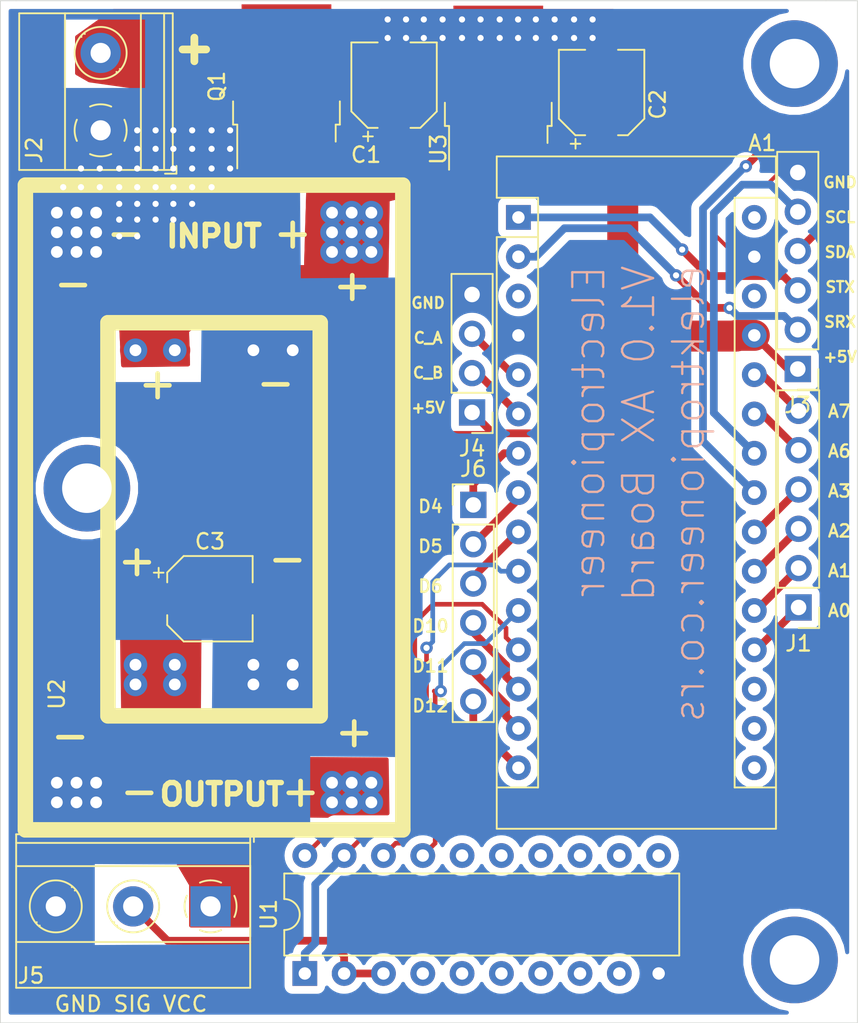
<source format=kicad_pcb>
(kicad_pcb (version 20171130) (host pcbnew "(5.1.2)-1")

  (general
    (thickness 1.6)
    (drawings 21)
    (tracks 238)
    (zones 0)
    (modules 17)
    (nets 46)
  )

  (page A4)
  (layers
    (0 F.Cu signal)
    (31 B.Cu signal)
    (32 B.Adhes user)
    (33 F.Adhes user)
    (34 B.Paste user)
    (35 F.Paste user)
    (36 B.SilkS user)
    (37 F.SilkS user)
    (38 B.Mask user)
    (39 F.Mask user)
    (40 Dwgs.User user)
    (41 Cmts.User user)
    (42 Eco1.User user)
    (43 Eco2.User user)
    (44 Edge.Cuts user)
    (45 Margin user hide)
    (46 B.CrtYd user hide)
    (47 F.CrtYd user hide)
    (48 B.Fab user hide)
    (49 F.Fab user hide)
  )

  (setup
    (last_trace_width 0.25)
    (user_trace_width 0.3)
    (user_trace_width 0.4)
    (user_trace_width 0.5)
    (user_trace_width 1)
    (user_trace_width 1.5)
    (user_trace_width 2)
    (trace_clearance 0.2)
    (zone_clearance 0.508)
    (zone_45_only no)
    (trace_min 0.2)
    (via_size 0.8)
    (via_drill 0.4)
    (via_min_size 0.4)
    (via_min_drill 0.3)
    (uvia_size 0.3)
    (uvia_drill 0.1)
    (uvias_allowed no)
    (uvia_min_size 0.2)
    (uvia_min_drill 0.1)
    (edge_width 0.05)
    (segment_width 0.2)
    (pcb_text_width 0.3)
    (pcb_text_size 1.5 1.5)
    (mod_edge_width 0.12)
    (mod_text_size 1 1)
    (mod_text_width 0.15)
    (pad_size 1.524 1.524)
    (pad_drill 0.762)
    (pad_to_mask_clearance 0.051)
    (solder_mask_min_width 0.25)
    (aux_axis_origin 0 0)
    (visible_elements 7FFFFFFF)
    (pcbplotparams
      (layerselection 0x010fc_ffffffff)
      (usegerberextensions false)
      (usegerberattributes false)
      (usegerberadvancedattributes false)
      (creategerberjobfile false)
      (excludeedgelayer true)
      (linewidth 0.100000)
      (plotframeref false)
      (viasonmask false)
      (mode 1)
      (useauxorigin false)
      (hpglpennumber 1)
      (hpglpenspeed 20)
      (hpglpendiameter 15.000000)
      (psnegative false)
      (psa4output false)
      (plotreference true)
      (plotvalue true)
      (plotinvisibletext false)
      (padsonsilk false)
      (subtractmaskfromsilk false)
      (outputformat 1)
      (mirror false)
      (drillshape 1)
      (scaleselection 1)
      (outputdirectory ""))
  )

  (net 0 "")
  (net 1 UART_TX)
  (net 2 +3V3)
  (net 3 UART_RX)
  (net 4 "Net-(A1-Pad18)")
  (net 5 "Net-(A1-Pad3)")
  (net 6 A0)
  (net 7 GND)
  (net 8 A1)
  (net 9 ENC_2)
  (net 10 A2)
  (net 11 ENC_1)
  (net 12 A3)
  (net 13 I2C_SDA)
  (net 14 I2C_SCL)
  (net 15 A6)
  (net 16 AX_RX)
  (net 17 A7)
  (net 18 AX_TX)
  (net 19 +5V)
  (net 20 AX_CONT)
  (net 21 "Net-(A1-Pad28)")
  (net 22 "Net-(A1-Pad30)")
  (net 23 "Net-(A1-Pad16)")
  (net 24 "Net-(U1-Pad9)")
  (net 25 AX_SIGNAL)
  (net 26 "Net-(U1-Pad11)")
  (net 27 "Net-(U1-Pad4)")
  (net 28 "Net-(U1-Pad12)")
  (net 29 "Net-(U1-Pad5)")
  (net 30 "Net-(U1-Pad13)")
  (net 31 "Net-(U1-Pad6)")
  (net 32 "Net-(U1-Pad14)")
  (net 33 "Net-(U1-Pad7)")
  (net 34 "Net-(U1-Pad15)")
  (net 35 "Net-(U1-Pad8)")
  (net 36 "Net-(U1-Pad16)")
  (net 37 D4)
  (net 38 D5)
  (net 39 D6)
  (net 40 D10)
  (net 41 D11)
  (net 42 D12)
  (net 43 +12V)
  (net 44 "Net-(J2-Pad2)")
  (net 45 VCCQ)

  (net_class Default "This is the default net class."
    (clearance 0.2)
    (trace_width 0.25)
    (via_dia 0.8)
    (via_drill 0.4)
    (uvia_dia 0.3)
    (uvia_drill 0.1)
    (add_net +12V)
    (add_net +3V3)
    (add_net +5V)
    (add_net A0)
    (add_net A1)
    (add_net A2)
    (add_net A3)
    (add_net A6)
    (add_net A7)
    (add_net AX_CONT)
    (add_net AX_RX)
    (add_net AX_SIGNAL)
    (add_net AX_TX)
    (add_net D10)
    (add_net D11)
    (add_net D12)
    (add_net D4)
    (add_net D5)
    (add_net D6)
    (add_net ENC_1)
    (add_net ENC_2)
    (add_net GND)
    (add_net I2C_SCL)
    (add_net I2C_SDA)
    (add_net "Net-(A1-Pad16)")
    (add_net "Net-(A1-Pad18)")
    (add_net "Net-(A1-Pad28)")
    (add_net "Net-(A1-Pad3)")
    (add_net "Net-(A1-Pad30)")
    (add_net "Net-(J2-Pad2)")
    (add_net "Net-(U1-Pad11)")
    (add_net "Net-(U1-Pad12)")
    (add_net "Net-(U1-Pad13)")
    (add_net "Net-(U1-Pad14)")
    (add_net "Net-(U1-Pad15)")
    (add_net "Net-(U1-Pad16)")
    (add_net "Net-(U1-Pad4)")
    (add_net "Net-(U1-Pad5)")
    (add_net "Net-(U1-Pad6)")
    (add_net "Net-(U1-Pad7)")
    (add_net "Net-(U1-Pad8)")
    (add_net "Net-(U1-Pad9)")
    (add_net UART_RX)
    (add_net UART_TX)
    (add_net VCCQ)
  )

  (module Module:Arduino_Nano (layer F.Cu) (tedit 58ACAF70) (tstamp 5D2E2C99)
    (at 145.22958 65.81648)
    (descr "Arduino Nano, http://www.mouser.com/pdfdocs/Gravitech_Arduino_Nano3_0.pdf")
    (tags "Arduino Nano")
    (path /5D41F5DD)
    (fp_text reference A1 (at 15.75562 -4.80568) (layer F.SilkS)
      (effects (font (size 1 1) (thickness 0.15)))
    )
    (fp_text value Arduino_Nano_v3.x (at 8.89 19.05 90) (layer F.Fab)
      (effects (font (size 1 1) (thickness 0.15)))
    )
    (fp_text user %R (at 6.35 19.05 90) (layer F.Fab)
      (effects (font (size 1 1) (thickness 0.15)))
    )
    (fp_line (start 1.27 1.27) (end 1.27 -1.27) (layer F.SilkS) (width 0.12))
    (fp_line (start 1.27 -1.27) (end -1.4 -1.27) (layer F.SilkS) (width 0.12))
    (fp_line (start -1.4 1.27) (end -1.4 39.5) (layer F.SilkS) (width 0.12))
    (fp_line (start -1.4 -3.94) (end -1.4 -1.27) (layer F.SilkS) (width 0.12))
    (fp_line (start 13.97 -1.27) (end 16.64 -1.27) (layer F.SilkS) (width 0.12))
    (fp_line (start 13.97 -1.27) (end 13.97 36.83) (layer F.SilkS) (width 0.12))
    (fp_line (start 13.97 36.83) (end 16.64 36.83) (layer F.SilkS) (width 0.12))
    (fp_line (start 1.27 1.27) (end -1.4 1.27) (layer F.SilkS) (width 0.12))
    (fp_line (start 1.27 1.27) (end 1.27 36.83) (layer F.SilkS) (width 0.12))
    (fp_line (start 1.27 36.83) (end -1.4 36.83) (layer F.SilkS) (width 0.12))
    (fp_line (start 3.81 31.75) (end 11.43 31.75) (layer F.Fab) (width 0.1))
    (fp_line (start 11.43 31.75) (end 11.43 41.91) (layer F.Fab) (width 0.1))
    (fp_line (start 11.43 41.91) (end 3.81 41.91) (layer F.Fab) (width 0.1))
    (fp_line (start 3.81 41.91) (end 3.81 31.75) (layer F.Fab) (width 0.1))
    (fp_line (start -1.4 39.5) (end 16.64 39.5) (layer F.SilkS) (width 0.12))
    (fp_line (start 16.64 39.5) (end 16.64 -3.94) (layer F.SilkS) (width 0.12))
    (fp_line (start 16.64 -3.94) (end -1.4 -3.94) (layer F.SilkS) (width 0.12))
    (fp_line (start 16.51 39.37) (end -1.27 39.37) (layer F.Fab) (width 0.1))
    (fp_line (start -1.27 39.37) (end -1.27 -2.54) (layer F.Fab) (width 0.1))
    (fp_line (start -1.27 -2.54) (end 0 -3.81) (layer F.Fab) (width 0.1))
    (fp_line (start 0 -3.81) (end 16.51 -3.81) (layer F.Fab) (width 0.1))
    (fp_line (start 16.51 -3.81) (end 16.51 39.37) (layer F.Fab) (width 0.1))
    (fp_line (start -1.53 -4.06) (end 16.75 -4.06) (layer F.CrtYd) (width 0.05))
    (fp_line (start -1.53 -4.06) (end -1.53 42.16) (layer F.CrtYd) (width 0.05))
    (fp_line (start 16.75 42.16) (end 16.75 -4.06) (layer F.CrtYd) (width 0.05))
    (fp_line (start 16.75 42.16) (end -1.53 42.16) (layer F.CrtYd) (width 0.05))
    (pad 1 thru_hole rect (at 0 0) (size 1.6 1.6) (drill 0.8) (layers *.Cu *.Mask)
      (net 1 UART_TX))
    (pad 17 thru_hole oval (at 15.24 33.02) (size 1.6 1.6) (drill 0.8) (layers *.Cu *.Mask)
      (net 2 +3V3))
    (pad 2 thru_hole oval (at 0 2.54) (size 1.6 1.6) (drill 0.8) (layers *.Cu *.Mask)
      (net 3 UART_RX))
    (pad 18 thru_hole oval (at 15.24 30.48) (size 1.6 1.6) (drill 0.8) (layers *.Cu *.Mask)
      (net 4 "Net-(A1-Pad18)"))
    (pad 3 thru_hole oval (at 0 5.08) (size 1.6 1.6) (drill 0.8) (layers *.Cu *.Mask)
      (net 5 "Net-(A1-Pad3)"))
    (pad 19 thru_hole oval (at 15.24 27.94) (size 1.6 1.6) (drill 0.8) (layers *.Cu *.Mask)
      (net 6 A0))
    (pad 4 thru_hole oval (at 0 7.62) (size 1.6 1.6) (drill 0.8) (layers *.Cu *.Mask)
      (net 7 GND))
    (pad 20 thru_hole oval (at 15.24 25.4) (size 1.6 1.6) (drill 0.8) (layers *.Cu *.Mask)
      (net 8 A1))
    (pad 5 thru_hole oval (at 0 10.16) (size 1.6 1.6) (drill 0.8) (layers *.Cu *.Mask)
      (net 9 ENC_2))
    (pad 21 thru_hole oval (at 15.24 22.86) (size 1.6 1.6) (drill 0.8) (layers *.Cu *.Mask)
      (net 10 A2))
    (pad 6 thru_hole oval (at 0 12.7) (size 1.6 1.6) (drill 0.8) (layers *.Cu *.Mask)
      (net 11 ENC_1))
    (pad 22 thru_hole oval (at 15.24 20.32) (size 1.6 1.6) (drill 0.8) (layers *.Cu *.Mask)
      (net 12 A3))
    (pad 7 thru_hole oval (at 0 15.24) (size 1.6 1.6) (drill 0.8) (layers *.Cu *.Mask)
      (net 37 D4))
    (pad 23 thru_hole oval (at 15.24 17.78) (size 1.6 1.6) (drill 0.8) (layers *.Cu *.Mask)
      (net 13 I2C_SDA))
    (pad 8 thru_hole oval (at 0 17.78) (size 1.6 1.6) (drill 0.8) (layers *.Cu *.Mask)
      (net 38 D5))
    (pad 24 thru_hole oval (at 15.24 15.24) (size 1.6 1.6) (drill 0.8) (layers *.Cu *.Mask)
      (net 14 I2C_SCL))
    (pad 9 thru_hole oval (at 0 20.32) (size 1.6 1.6) (drill 0.8) (layers *.Cu *.Mask)
      (net 39 D6))
    (pad 25 thru_hole oval (at 15.24 12.7) (size 1.6 1.6) (drill 0.8) (layers *.Cu *.Mask)
      (net 15 A6))
    (pad 10 thru_hole oval (at 0 22.86) (size 1.6 1.6) (drill 0.8) (layers *.Cu *.Mask)
      (net 16 AX_RX))
    (pad 26 thru_hole oval (at 15.24 10.16) (size 1.6 1.6) (drill 0.8) (layers *.Cu *.Mask)
      (net 17 A7))
    (pad 11 thru_hole oval (at 0 25.4) (size 1.6 1.6) (drill 0.8) (layers *.Cu *.Mask)
      (net 18 AX_TX))
    (pad 27 thru_hole oval (at 15.24 7.62) (size 1.6 1.6) (drill 0.8) (layers *.Cu *.Mask)
      (net 19 +5V))
    (pad 12 thru_hole oval (at 0 27.94) (size 1.6 1.6) (drill 0.8) (layers *.Cu *.Mask)
      (net 20 AX_CONT))
    (pad 28 thru_hole oval (at 15.24 5.08) (size 1.6 1.6) (drill 0.8) (layers *.Cu *.Mask)
      (net 21 "Net-(A1-Pad28)"))
    (pad 13 thru_hole oval (at 0 30.48) (size 1.6 1.6) (drill 0.8) (layers *.Cu *.Mask)
      (net 40 D10))
    (pad 29 thru_hole oval (at 15.24 2.54) (size 1.6 1.6) (drill 0.8) (layers *.Cu *.Mask)
      (net 7 GND))
    (pad 14 thru_hole oval (at 0 33.02) (size 1.6 1.6) (drill 0.8) (layers *.Cu *.Mask)
      (net 41 D11))
    (pad 30 thru_hole oval (at 15.24 0) (size 1.6 1.6) (drill 0.8) (layers *.Cu *.Mask)
      (net 22 "Net-(A1-Pad30)"))
    (pad 15 thru_hole oval (at 0 35.56) (size 1.6 1.6) (drill 0.8) (layers *.Cu *.Mask)
      (net 42 D12))
    (pad 16 thru_hole oval (at 15.24 35.56) (size 1.6 1.6) (drill 0.8) (layers *.Cu *.Mask)
      (net 23 "Net-(A1-Pad16)"))
    (model ${KISYS3DMOD}/Module.3dshapes/Arduino_Nano_WithMountingHoles.wrl
      (at (xyz 0 0 0))
      (scale (xyz 1 1 1))
      (rotate (xyz 0 0 0))
    )
  )

  (module Connector_PinHeader_2.54mm:PinHeader_1x06_P2.54mm_Vertical (layer F.Cu) (tedit 59FED5CC) (tstamp 5D2E2CB3)
    (at 163.32962 91.01582 180)
    (descr "Through hole straight pin header, 1x06, 2.54mm pitch, single row")
    (tags "Through hole pin header THT 1x06 2.54mm single row")
    (path /5D4453EA)
    (fp_text reference J1 (at 0 -2.33) (layer F.SilkS)
      (effects (font (size 1 1) (thickness 0.15)))
    )
    (fp_text value ADC (at 0 15.03) (layer F.Fab)
      (effects (font (size 1 1) (thickness 0.15)))
    )
    (fp_line (start -0.635 -1.27) (end 1.27 -1.27) (layer F.Fab) (width 0.1))
    (fp_line (start 1.27 -1.27) (end 1.27 13.97) (layer F.Fab) (width 0.1))
    (fp_line (start 1.27 13.97) (end -1.27 13.97) (layer F.Fab) (width 0.1))
    (fp_line (start -1.27 13.97) (end -1.27 -0.635) (layer F.Fab) (width 0.1))
    (fp_line (start -1.27 -0.635) (end -0.635 -1.27) (layer F.Fab) (width 0.1))
    (fp_line (start -1.33 14.03) (end 1.33 14.03) (layer F.SilkS) (width 0.12))
    (fp_line (start -1.33 1.27) (end -1.33 14.03) (layer F.SilkS) (width 0.12))
    (fp_line (start 1.33 1.27) (end 1.33 14.03) (layer F.SilkS) (width 0.12))
    (fp_line (start -1.33 1.27) (end 1.33 1.27) (layer F.SilkS) (width 0.12))
    (fp_line (start -1.33 0) (end -1.33 -1.33) (layer F.SilkS) (width 0.12))
    (fp_line (start -1.33 -1.33) (end 0 -1.33) (layer F.SilkS) (width 0.12))
    (fp_line (start -1.8 -1.8) (end -1.8 14.5) (layer F.CrtYd) (width 0.05))
    (fp_line (start -1.8 14.5) (end 1.8 14.5) (layer F.CrtYd) (width 0.05))
    (fp_line (start 1.8 14.5) (end 1.8 -1.8) (layer F.CrtYd) (width 0.05))
    (fp_line (start 1.8 -1.8) (end -1.8 -1.8) (layer F.CrtYd) (width 0.05))
    (fp_text user %R (at 0 6.35 90) (layer F.Fab)
      (effects (font (size 1 1) (thickness 0.15)))
    )
    (pad 1 thru_hole rect (at 0 0 180) (size 1.7 1.7) (drill 1) (layers *.Cu *.Mask)
      (net 6 A0))
    (pad 2 thru_hole oval (at 0 2.54 180) (size 1.7 1.7) (drill 1) (layers *.Cu *.Mask)
      (net 8 A1))
    (pad 3 thru_hole oval (at 0 5.08 180) (size 1.7 1.7) (drill 1) (layers *.Cu *.Mask)
      (net 10 A2))
    (pad 4 thru_hole oval (at 0 7.62 180) (size 1.7 1.7) (drill 1) (layers *.Cu *.Mask)
      (net 12 A3))
    (pad 5 thru_hole oval (at 0 10.16 180) (size 1.7 1.7) (drill 1) (layers *.Cu *.Mask)
      (net 15 A6))
    (pad 6 thru_hole oval (at 0 12.7 180) (size 1.7 1.7) (drill 1) (layers *.Cu *.Mask)
      (net 17 A7))
    (model ${KISYS3DMOD}/Connector_PinHeader_2.54mm.3dshapes/PinHeader_1x06_P2.54mm_Vertical.wrl
      (at (xyz 0 0 0))
      (scale (xyz 1 1 1))
      (rotate (xyz 0 0 0))
    )
  )

  (module Connector_PinHeader_2.54mm:PinHeader_1x06_P2.54mm_Vertical (layer F.Cu) (tedit 59FED5CC) (tstamp 5D2E2CE7)
    (at 163.27882 75.61326 180)
    (descr "Through hole straight pin header, 1x06, 2.54mm pitch, single row")
    (tags "Through hole pin header THT 1x06 2.54mm single row")
    (path /5D46BD5C)
    (fp_text reference J3 (at 0 -2.33) (layer F.SilkS)
      (effects (font (size 1 1) (thickness 0.15)))
    )
    (fp_text value COMM (at 0 15.03) (layer F.Fab)
      (effects (font (size 1 1) (thickness 0.15)))
    )
    (fp_line (start -0.635 -1.27) (end 1.27 -1.27) (layer F.Fab) (width 0.1))
    (fp_line (start 1.27 -1.27) (end 1.27 13.97) (layer F.Fab) (width 0.1))
    (fp_line (start 1.27 13.97) (end -1.27 13.97) (layer F.Fab) (width 0.1))
    (fp_line (start -1.27 13.97) (end -1.27 -0.635) (layer F.Fab) (width 0.1))
    (fp_line (start -1.27 -0.635) (end -0.635 -1.27) (layer F.Fab) (width 0.1))
    (fp_line (start -1.33 14.03) (end 1.33 14.03) (layer F.SilkS) (width 0.12))
    (fp_line (start -1.33 1.27) (end -1.33 14.03) (layer F.SilkS) (width 0.12))
    (fp_line (start 1.33 1.27) (end 1.33 14.03) (layer F.SilkS) (width 0.12))
    (fp_line (start -1.33 1.27) (end 1.33 1.27) (layer F.SilkS) (width 0.12))
    (fp_line (start -1.33 0) (end -1.33 -1.33) (layer F.SilkS) (width 0.12))
    (fp_line (start -1.33 -1.33) (end 0 -1.33) (layer F.SilkS) (width 0.12))
    (fp_line (start -1.8 -1.8) (end -1.8 14.5) (layer F.CrtYd) (width 0.05))
    (fp_line (start -1.8 14.5) (end 1.8 14.5) (layer F.CrtYd) (width 0.05))
    (fp_line (start 1.8 14.5) (end 1.8 -1.8) (layer F.CrtYd) (width 0.05))
    (fp_line (start 1.8 -1.8) (end -1.8 -1.8) (layer F.CrtYd) (width 0.05))
    (fp_text user %R (at 0 6.35 90) (layer F.Fab)
      (effects (font (size 1 1) (thickness 0.15)))
    )
    (pad 1 thru_hole rect (at 0 0 180) (size 1.7 1.7) (drill 1) (layers *.Cu *.Mask)
      (net 19 +5V))
    (pad 2 thru_hole oval (at 0 2.54 180) (size 1.7 1.7) (drill 1) (layers *.Cu *.Mask)
      (net 3 UART_RX))
    (pad 3 thru_hole oval (at 0 5.08 180) (size 1.7 1.7) (drill 1) (layers *.Cu *.Mask)
      (net 1 UART_TX))
    (pad 4 thru_hole oval (at 0 7.62 180) (size 1.7 1.7) (drill 1) (layers *.Cu *.Mask)
      (net 13 I2C_SDA))
    (pad 5 thru_hole oval (at 0 10.16 180) (size 1.7 1.7) (drill 1) (layers *.Cu *.Mask)
      (net 14 I2C_SCL))
    (pad 6 thru_hole oval (at 0 12.7 180) (size 1.7 1.7) (drill 1) (layers *.Cu *.Mask)
      (net 7 GND))
    (model ${KISYS3DMOD}/Connector_PinHeader_2.54mm.3dshapes/PinHeader_1x06_P2.54mm_Vertical.wrl
      (at (xyz 0 0 0))
      (scale (xyz 1 1 1))
      (rotate (xyz 0 0 0))
    )
  )

  (module Connector_PinHeader_2.54mm:PinHeader_1x04_P2.54mm_Vertical (layer F.Cu) (tedit 59FED5CC) (tstamp 5D2E2CFF)
    (at 142.23492 78.41742 180)
    (descr "Through hole straight pin header, 1x04, 2.54mm pitch, single row")
    (tags "Through hole pin header THT 1x04 2.54mm single row")
    (path /5D43E075)
    (fp_text reference J4 (at 0 -2.33) (layer F.SilkS)
      (effects (font (size 1 1) (thickness 0.15)))
    )
    (fp_text value ENCODER (at 0 9.95) (layer F.Fab)
      (effects (font (size 1 1) (thickness 0.15)))
    )
    (fp_line (start -0.635 -1.27) (end 1.27 -1.27) (layer F.Fab) (width 0.1))
    (fp_line (start 1.27 -1.27) (end 1.27 8.89) (layer F.Fab) (width 0.1))
    (fp_line (start 1.27 8.89) (end -1.27 8.89) (layer F.Fab) (width 0.1))
    (fp_line (start -1.27 8.89) (end -1.27 -0.635) (layer F.Fab) (width 0.1))
    (fp_line (start -1.27 -0.635) (end -0.635 -1.27) (layer F.Fab) (width 0.1))
    (fp_line (start -1.33 8.95) (end 1.33 8.95) (layer F.SilkS) (width 0.12))
    (fp_line (start -1.33 1.27) (end -1.33 8.95) (layer F.SilkS) (width 0.12))
    (fp_line (start 1.33 1.27) (end 1.33 8.95) (layer F.SilkS) (width 0.12))
    (fp_line (start -1.33 1.27) (end 1.33 1.27) (layer F.SilkS) (width 0.12))
    (fp_line (start -1.33 0) (end -1.33 -1.33) (layer F.SilkS) (width 0.12))
    (fp_line (start -1.33 -1.33) (end 0 -1.33) (layer F.SilkS) (width 0.12))
    (fp_line (start -1.8 -1.8) (end -1.8 9.4) (layer F.CrtYd) (width 0.05))
    (fp_line (start -1.8 9.4) (end 1.8 9.4) (layer F.CrtYd) (width 0.05))
    (fp_line (start 1.8 9.4) (end 1.8 -1.8) (layer F.CrtYd) (width 0.05))
    (fp_line (start 1.8 -1.8) (end -1.8 -1.8) (layer F.CrtYd) (width 0.05))
    (fp_text user %R (at 0 3.81 90) (layer F.Fab)
      (effects (font (size 1 1) (thickness 0.15)))
    )
    (pad 1 thru_hole rect (at 0 0 180) (size 1.7 1.7) (drill 1) (layers *.Cu *.Mask)
      (net 19 +5V))
    (pad 2 thru_hole oval (at 0 2.54 180) (size 1.7 1.7) (drill 1) (layers *.Cu *.Mask)
      (net 11 ENC_1))
    (pad 3 thru_hole oval (at 0 5.08 180) (size 1.7 1.7) (drill 1) (layers *.Cu *.Mask)
      (net 9 ENC_2))
    (pad 4 thru_hole oval (at 0 7.62 180) (size 1.7 1.7) (drill 1) (layers *.Cu *.Mask)
      (net 7 GND))
    (model ${KISYS3DMOD}/Connector_PinHeader_2.54mm.3dshapes/PinHeader_1x04_P2.54mm_Vertical.wrl
      (at (xyz 0 0 0))
      (scale (xyz 1 1 1))
      (rotate (xyz 0 0 0))
    )
  )

  (module Capacitor_SMD:CP_Elec_5x5.8 (layer F.Cu) (tedit 5BCA39CF) (tstamp 5D2E3A68)
    (at 137.19556 57.27192 90)
    (descr "SMD capacitor, aluminum electrolytic, Panasonic, 5.0x5.8mm")
    (tags "capacitor electrolytic")
    (path /5D49A7D4)
    (attr smd)
    (fp_text reference C1 (at -4.50088 -1.81356 180) (layer F.SilkS)
      (effects (font (size 1 1) (thickness 0.15)))
    )
    (fp_text value CP (at 0 3.7 90) (layer F.Fab)
      (effects (font (size 1 1) (thickness 0.15)))
    )
    (fp_circle (center 0 0) (end 2.5 0) (layer F.Fab) (width 0.1))
    (fp_line (start 2.65 -2.65) (end 2.65 2.65) (layer F.Fab) (width 0.1))
    (fp_line (start -1.65 -2.65) (end 2.65 -2.65) (layer F.Fab) (width 0.1))
    (fp_line (start -1.65 2.65) (end 2.65 2.65) (layer F.Fab) (width 0.1))
    (fp_line (start -2.65 -1.65) (end -2.65 1.65) (layer F.Fab) (width 0.1))
    (fp_line (start -2.65 -1.65) (end -1.65 -2.65) (layer F.Fab) (width 0.1))
    (fp_line (start -2.65 1.65) (end -1.65 2.65) (layer F.Fab) (width 0.1))
    (fp_line (start -2.033956 -1.2) (end -1.533956 -1.2) (layer F.Fab) (width 0.1))
    (fp_line (start -1.783956 -1.45) (end -1.783956 -0.95) (layer F.Fab) (width 0.1))
    (fp_line (start 2.76 2.76) (end 2.76 1.06) (layer F.SilkS) (width 0.12))
    (fp_line (start 2.76 -2.76) (end 2.76 -1.06) (layer F.SilkS) (width 0.12))
    (fp_line (start -1.695563 -2.76) (end 2.76 -2.76) (layer F.SilkS) (width 0.12))
    (fp_line (start -1.695563 2.76) (end 2.76 2.76) (layer F.SilkS) (width 0.12))
    (fp_line (start -2.76 1.695563) (end -2.76 1.06) (layer F.SilkS) (width 0.12))
    (fp_line (start -2.76 -1.695563) (end -2.76 -1.06) (layer F.SilkS) (width 0.12))
    (fp_line (start -2.76 -1.695563) (end -1.695563 -2.76) (layer F.SilkS) (width 0.12))
    (fp_line (start -2.76 1.695563) (end -1.695563 2.76) (layer F.SilkS) (width 0.12))
    (fp_line (start -3.625 -1.685) (end -3 -1.685) (layer F.SilkS) (width 0.12))
    (fp_line (start -3.3125 -1.9975) (end -3.3125 -1.3725) (layer F.SilkS) (width 0.12))
    (fp_line (start 2.9 -2.9) (end 2.9 -1.05) (layer F.CrtYd) (width 0.05))
    (fp_line (start 2.9 -1.05) (end 3.95 -1.05) (layer F.CrtYd) (width 0.05))
    (fp_line (start 3.95 -1.05) (end 3.95 1.05) (layer F.CrtYd) (width 0.05))
    (fp_line (start 3.95 1.05) (end 2.9 1.05) (layer F.CrtYd) (width 0.05))
    (fp_line (start 2.9 1.05) (end 2.9 2.9) (layer F.CrtYd) (width 0.05))
    (fp_line (start -1.75 2.9) (end 2.9 2.9) (layer F.CrtYd) (width 0.05))
    (fp_line (start -1.75 -2.9) (end 2.9 -2.9) (layer F.CrtYd) (width 0.05))
    (fp_line (start -2.9 1.75) (end -1.75 2.9) (layer F.CrtYd) (width 0.05))
    (fp_line (start -2.9 -1.75) (end -1.75 -2.9) (layer F.CrtYd) (width 0.05))
    (fp_line (start -2.9 -1.75) (end -2.9 -1.05) (layer F.CrtYd) (width 0.05))
    (fp_line (start -2.9 1.05) (end -2.9 1.75) (layer F.CrtYd) (width 0.05))
    (fp_line (start -2.9 -1.05) (end -3.95 -1.05) (layer F.CrtYd) (width 0.05))
    (fp_line (start -3.95 -1.05) (end -3.95 1.05) (layer F.CrtYd) (width 0.05))
    (fp_line (start -3.95 1.05) (end -2.9 1.05) (layer F.CrtYd) (width 0.05))
    (fp_text user %R (at 0 0 90) (layer F.Fab)
      (effects (font (size 1 1) (thickness 0.15)))
    )
    (pad 1 smd roundrect (at -2.2 0 90) (size 3 1.6) (layers F.Cu F.Paste F.Mask) (roundrect_rratio 0.15625)
      (net 43 +12V))
    (pad 2 smd roundrect (at 2.2 0 90) (size 3 1.6) (layers F.Cu F.Paste F.Mask) (roundrect_rratio 0.15625)
      (net 7 GND))
    (model ${KISYS3DMOD}/Capacitor_SMD.3dshapes/CP_Elec_5x5.8.wrl
      (at (xyz 0 0 0))
      (scale (xyz 1 1 1))
      (rotate (xyz 0 0 0))
    )
  )

  (module Capacitor_SMD:CP_Elec_5x5.8 (layer F.Cu) (tedit 5BCA39CF) (tstamp 5D2E3A90)
    (at 150.60422 57.7469 90)
    (descr "SMD capacitor, aluminum electrolytic, Panasonic, 5.0x5.8mm")
    (tags "capacitor electrolytic")
    (path /5D49E50D)
    (attr smd)
    (fp_text reference C2 (at -0.7747 3.62458 90) (layer F.SilkS)
      (effects (font (size 1 1) (thickness 0.15)))
    )
    (fp_text value CP (at 0 3.7 90) (layer F.Fab)
      (effects (font (size 1 1) (thickness 0.15)))
    )
    (fp_text user %R (at 0 0 90) (layer F.Fab)
      (effects (font (size 1 1) (thickness 0.15)))
    )
    (fp_line (start -3.95 1.05) (end -2.9 1.05) (layer F.CrtYd) (width 0.05))
    (fp_line (start -3.95 -1.05) (end -3.95 1.05) (layer F.CrtYd) (width 0.05))
    (fp_line (start -2.9 -1.05) (end -3.95 -1.05) (layer F.CrtYd) (width 0.05))
    (fp_line (start -2.9 1.05) (end -2.9 1.75) (layer F.CrtYd) (width 0.05))
    (fp_line (start -2.9 -1.75) (end -2.9 -1.05) (layer F.CrtYd) (width 0.05))
    (fp_line (start -2.9 -1.75) (end -1.75 -2.9) (layer F.CrtYd) (width 0.05))
    (fp_line (start -2.9 1.75) (end -1.75 2.9) (layer F.CrtYd) (width 0.05))
    (fp_line (start -1.75 -2.9) (end 2.9 -2.9) (layer F.CrtYd) (width 0.05))
    (fp_line (start -1.75 2.9) (end 2.9 2.9) (layer F.CrtYd) (width 0.05))
    (fp_line (start 2.9 1.05) (end 2.9 2.9) (layer F.CrtYd) (width 0.05))
    (fp_line (start 3.95 1.05) (end 2.9 1.05) (layer F.CrtYd) (width 0.05))
    (fp_line (start 3.95 -1.05) (end 3.95 1.05) (layer F.CrtYd) (width 0.05))
    (fp_line (start 2.9 -1.05) (end 3.95 -1.05) (layer F.CrtYd) (width 0.05))
    (fp_line (start 2.9 -2.9) (end 2.9 -1.05) (layer F.CrtYd) (width 0.05))
    (fp_line (start -3.3125 -1.9975) (end -3.3125 -1.3725) (layer F.SilkS) (width 0.12))
    (fp_line (start -3.625 -1.685) (end -3 -1.685) (layer F.SilkS) (width 0.12))
    (fp_line (start -2.76 1.695563) (end -1.695563 2.76) (layer F.SilkS) (width 0.12))
    (fp_line (start -2.76 -1.695563) (end -1.695563 -2.76) (layer F.SilkS) (width 0.12))
    (fp_line (start -2.76 -1.695563) (end -2.76 -1.06) (layer F.SilkS) (width 0.12))
    (fp_line (start -2.76 1.695563) (end -2.76 1.06) (layer F.SilkS) (width 0.12))
    (fp_line (start -1.695563 2.76) (end 2.76 2.76) (layer F.SilkS) (width 0.12))
    (fp_line (start -1.695563 -2.76) (end 2.76 -2.76) (layer F.SilkS) (width 0.12))
    (fp_line (start 2.76 -2.76) (end 2.76 -1.06) (layer F.SilkS) (width 0.12))
    (fp_line (start 2.76 2.76) (end 2.76 1.06) (layer F.SilkS) (width 0.12))
    (fp_line (start -1.783956 -1.45) (end -1.783956 -0.95) (layer F.Fab) (width 0.1))
    (fp_line (start -2.033956 -1.2) (end -1.533956 -1.2) (layer F.Fab) (width 0.1))
    (fp_line (start -2.65 1.65) (end -1.65 2.65) (layer F.Fab) (width 0.1))
    (fp_line (start -2.65 -1.65) (end -1.65 -2.65) (layer F.Fab) (width 0.1))
    (fp_line (start -2.65 -1.65) (end -2.65 1.65) (layer F.Fab) (width 0.1))
    (fp_line (start -1.65 2.65) (end 2.65 2.65) (layer F.Fab) (width 0.1))
    (fp_line (start -1.65 -2.65) (end 2.65 -2.65) (layer F.Fab) (width 0.1))
    (fp_line (start 2.65 -2.65) (end 2.65 2.65) (layer F.Fab) (width 0.1))
    (fp_circle (center 0 0) (end 2.5 0) (layer F.Fab) (width 0.1))
    (pad 2 smd roundrect (at 2.2 0 90) (size 3 1.6) (layers F.Cu F.Paste F.Mask) (roundrect_rratio 0.15625)
      (net 7 GND))
    (pad 1 smd roundrect (at -2.2 0 90) (size 3 1.6) (layers F.Cu F.Paste F.Mask) (roundrect_rratio 0.15625)
      (net 19 +5V))
    (model ${KISYS3DMOD}/Capacitor_SMD.3dshapes/CP_Elec_5x5.8.wrl
      (at (xyz 0 0 0))
      (scale (xyz 1 1 1))
      (rotate (xyz 0 0 0))
    )
  )

  (module TerminalBlock_Phoenix:TerminalBlock_Phoenix_MKDS-1,5-2_1x02_P5.00mm_Horizontal (layer F.Cu) (tedit 5B294EE5) (tstamp 5D2E3ABC)
    (at 118.237 60.19038 90)
    (descr "Terminal Block Phoenix MKDS-1,5-2, 2 pins, pitch 5mm, size 10x9.8mm^2, drill diamater 1.3mm, pad diameter 2.6mm, see http://www.farnell.com/datasheets/100425.pdf, script-generated using https://github.com/pointhi/kicad-footprint-generator/scripts/TerminalBlock_Phoenix")
    (tags "THT Terminal Block Phoenix MKDS-1,5-2 pitch 5mm size 10x9.8mm^2 drill 1.3mm pad 2.6mm")
    (path /5D47A835)
    (fp_text reference J2 (at -1.27762 -4.2926 90) (layer F.SilkS)
      (effects (font (size 1 1) (thickness 0.15)))
    )
    (fp_text value POWER (at 2.5 5.66 90) (layer F.Fab)
      (effects (font (size 1 1) (thickness 0.15)))
    )
    (fp_arc (start 0 0) (end 0 1.68) (angle -24) (layer F.SilkS) (width 0.12))
    (fp_arc (start 0 0) (end 1.535 0.684) (angle -48) (layer F.SilkS) (width 0.12))
    (fp_arc (start 0 0) (end 0.684 -1.535) (angle -48) (layer F.SilkS) (width 0.12))
    (fp_arc (start 0 0) (end -1.535 -0.684) (angle -48) (layer F.SilkS) (width 0.12))
    (fp_arc (start 0 0) (end -0.684 1.535) (angle -25) (layer F.SilkS) (width 0.12))
    (fp_circle (center 0 0) (end 1.5 0) (layer F.Fab) (width 0.1))
    (fp_circle (center 5 0) (end 6.5 0) (layer F.Fab) (width 0.1))
    (fp_circle (center 5 0) (end 6.68 0) (layer F.SilkS) (width 0.12))
    (fp_line (start -2.5 -5.2) (end 7.5 -5.2) (layer F.Fab) (width 0.1))
    (fp_line (start 7.5 -5.2) (end 7.5 4.6) (layer F.Fab) (width 0.1))
    (fp_line (start 7.5 4.6) (end -2 4.6) (layer F.Fab) (width 0.1))
    (fp_line (start -2 4.6) (end -2.5 4.1) (layer F.Fab) (width 0.1))
    (fp_line (start -2.5 4.1) (end -2.5 -5.2) (layer F.Fab) (width 0.1))
    (fp_line (start -2.5 4.1) (end 7.5 4.1) (layer F.Fab) (width 0.1))
    (fp_line (start -2.56 4.1) (end 7.56 4.1) (layer F.SilkS) (width 0.12))
    (fp_line (start -2.5 2.6) (end 7.5 2.6) (layer F.Fab) (width 0.1))
    (fp_line (start -2.56 2.6) (end 7.56 2.6) (layer F.SilkS) (width 0.12))
    (fp_line (start -2.5 -2.3) (end 7.5 -2.3) (layer F.Fab) (width 0.1))
    (fp_line (start -2.56 -2.301) (end 7.56 -2.301) (layer F.SilkS) (width 0.12))
    (fp_line (start -2.56 -5.261) (end 7.56 -5.261) (layer F.SilkS) (width 0.12))
    (fp_line (start -2.56 4.66) (end 7.56 4.66) (layer F.SilkS) (width 0.12))
    (fp_line (start -2.56 -5.261) (end -2.56 4.66) (layer F.SilkS) (width 0.12))
    (fp_line (start 7.56 -5.261) (end 7.56 4.66) (layer F.SilkS) (width 0.12))
    (fp_line (start 1.138 -0.955) (end -0.955 1.138) (layer F.Fab) (width 0.1))
    (fp_line (start 0.955 -1.138) (end -1.138 0.955) (layer F.Fab) (width 0.1))
    (fp_line (start 6.138 -0.955) (end 4.046 1.138) (layer F.Fab) (width 0.1))
    (fp_line (start 5.955 -1.138) (end 3.863 0.955) (layer F.Fab) (width 0.1))
    (fp_line (start 6.275 -1.069) (end 6.228 -1.023) (layer F.SilkS) (width 0.12))
    (fp_line (start 3.966 1.239) (end 3.931 1.274) (layer F.SilkS) (width 0.12))
    (fp_line (start 6.07 -1.275) (end 6.035 -1.239) (layer F.SilkS) (width 0.12))
    (fp_line (start 3.773 1.023) (end 3.726 1.069) (layer F.SilkS) (width 0.12))
    (fp_line (start -2.8 4.16) (end -2.8 4.9) (layer F.SilkS) (width 0.12))
    (fp_line (start -2.8 4.9) (end -2.3 4.9) (layer F.SilkS) (width 0.12))
    (fp_line (start -3 -5.71) (end -3 5.1) (layer F.CrtYd) (width 0.05))
    (fp_line (start -3 5.1) (end 8 5.1) (layer F.CrtYd) (width 0.05))
    (fp_line (start 8 5.1) (end 8 -5.71) (layer F.CrtYd) (width 0.05))
    (fp_line (start 8 -5.71) (end -3 -5.71) (layer F.CrtYd) (width 0.05))
    (fp_text user %R (at 2.5 3.2 90) (layer F.Fab)
      (effects (font (size 1 1) (thickness 0.15)))
    )
    (pad 1 thru_hole rect (at 0 0 90) (size 2.6 2.6) (drill 1.3) (layers *.Cu *.Mask)
      (net 7 GND))
    (pad 2 thru_hole circle (at 5 0 90) (size 2.6 2.6) (drill 1.3) (layers *.Cu *.Mask)
      (net 44 "Net-(J2-Pad2)"))
    (model ${KISYS3DMOD}/TerminalBlock_Phoenix.3dshapes/TerminalBlock_Phoenix_MKDS-1,5-2_1x02_P5.00mm_Horizontal.wrl
      (at (xyz 0 0 0))
      (scale (xyz 1 1 1))
      (rotate (xyz 0 0 0))
    )
  )

  (module TerminalBlock_Phoenix:TerminalBlock_Phoenix_MKDS-1,5-3_1x03_P5.00mm_Horizontal (layer F.Cu) (tedit 5B294EE5) (tstamp 5D2E3AF1)
    (at 125.33884 110.32998 180)
    (descr "Terminal Block Phoenix MKDS-1,5-3, 3 pins, pitch 5mm, size 15x9.8mm^2, drill diamater 1.3mm, pad diameter 2.6mm, see http://www.farnell.com/datasheets/100425.pdf, script-generated using https://github.com/pointhi/kicad-footprint-generator/scripts/TerminalBlock_Phoenix")
    (tags "THT Terminal Block Phoenix MKDS-1,5-3 pitch 5mm size 15x9.8mm^2 drill 1.3mm pad 2.6mm")
    (path /5D4B81E6)
    (fp_text reference J5 (at 11.59764 -4.47802 180) (layer F.SilkS)
      (effects (font (size 1 1) (thickness 0.15)))
    )
    (fp_text value AX_CONN (at 5 5.66) (layer F.Fab)
      (effects (font (size 1 1) (thickness 0.15)))
    )
    (fp_arc (start 0 0) (end 0 1.68) (angle -24) (layer F.SilkS) (width 0.12))
    (fp_arc (start 0 0) (end 1.535 0.684) (angle -48) (layer F.SilkS) (width 0.12))
    (fp_arc (start 0 0) (end 0.684 -1.535) (angle -48) (layer F.SilkS) (width 0.12))
    (fp_arc (start 0 0) (end -1.535 -0.684) (angle -48) (layer F.SilkS) (width 0.12))
    (fp_arc (start 0 0) (end -0.684 1.535) (angle -25) (layer F.SilkS) (width 0.12))
    (fp_circle (center 0 0) (end 1.5 0) (layer F.Fab) (width 0.1))
    (fp_circle (center 5 0) (end 6.5 0) (layer F.Fab) (width 0.1))
    (fp_circle (center 5 0) (end 6.68 0) (layer F.SilkS) (width 0.12))
    (fp_circle (center 10 0) (end 11.5 0) (layer F.Fab) (width 0.1))
    (fp_circle (center 10 0) (end 11.68 0) (layer F.SilkS) (width 0.12))
    (fp_line (start -2.5 -5.2) (end 12.5 -5.2) (layer F.Fab) (width 0.1))
    (fp_line (start 12.5 -5.2) (end 12.5 4.6) (layer F.Fab) (width 0.1))
    (fp_line (start 12.5 4.6) (end -2 4.6) (layer F.Fab) (width 0.1))
    (fp_line (start -2 4.6) (end -2.5 4.1) (layer F.Fab) (width 0.1))
    (fp_line (start -2.5 4.1) (end -2.5 -5.2) (layer F.Fab) (width 0.1))
    (fp_line (start -2.5 4.1) (end 12.5 4.1) (layer F.Fab) (width 0.1))
    (fp_line (start -2.56 4.1) (end 12.56 4.1) (layer F.SilkS) (width 0.12))
    (fp_line (start -2.5 2.6) (end 12.5 2.6) (layer F.Fab) (width 0.1))
    (fp_line (start -2.56 2.6) (end 12.56 2.6) (layer F.SilkS) (width 0.12))
    (fp_line (start -2.5 -2.3) (end 12.5 -2.3) (layer F.Fab) (width 0.1))
    (fp_line (start -2.56 -2.301) (end 12.56 -2.301) (layer F.SilkS) (width 0.12))
    (fp_line (start -2.56 -5.261) (end 12.56 -5.261) (layer F.SilkS) (width 0.12))
    (fp_line (start -2.56 4.66) (end 12.56 4.66) (layer F.SilkS) (width 0.12))
    (fp_line (start -2.56 -5.261) (end -2.56 4.66) (layer F.SilkS) (width 0.12))
    (fp_line (start 12.56 -5.261) (end 12.56 4.66) (layer F.SilkS) (width 0.12))
    (fp_line (start 1.138 -0.955) (end -0.955 1.138) (layer F.Fab) (width 0.1))
    (fp_line (start 0.955 -1.138) (end -1.138 0.955) (layer F.Fab) (width 0.1))
    (fp_line (start 6.138 -0.955) (end 4.046 1.138) (layer F.Fab) (width 0.1))
    (fp_line (start 5.955 -1.138) (end 3.863 0.955) (layer F.Fab) (width 0.1))
    (fp_line (start 6.275 -1.069) (end 6.228 -1.023) (layer F.SilkS) (width 0.12))
    (fp_line (start 3.966 1.239) (end 3.931 1.274) (layer F.SilkS) (width 0.12))
    (fp_line (start 6.07 -1.275) (end 6.035 -1.239) (layer F.SilkS) (width 0.12))
    (fp_line (start 3.773 1.023) (end 3.726 1.069) (layer F.SilkS) (width 0.12))
    (fp_line (start 11.138 -0.955) (end 9.046 1.138) (layer F.Fab) (width 0.1))
    (fp_line (start 10.955 -1.138) (end 8.863 0.955) (layer F.Fab) (width 0.1))
    (fp_line (start 11.275 -1.069) (end 11.228 -1.023) (layer F.SilkS) (width 0.12))
    (fp_line (start 8.966 1.239) (end 8.931 1.274) (layer F.SilkS) (width 0.12))
    (fp_line (start 11.07 -1.275) (end 11.035 -1.239) (layer F.SilkS) (width 0.12))
    (fp_line (start 8.773 1.023) (end 8.726 1.069) (layer F.SilkS) (width 0.12))
    (fp_line (start -2.8 4.16) (end -2.8 4.9) (layer F.SilkS) (width 0.12))
    (fp_line (start -2.8 4.9) (end -2.3 4.9) (layer F.SilkS) (width 0.12))
    (fp_line (start -3 -5.71) (end -3 5.1) (layer F.CrtYd) (width 0.05))
    (fp_line (start -3 5.1) (end 13 5.1) (layer F.CrtYd) (width 0.05))
    (fp_line (start 13 5.1) (end 13 -5.71) (layer F.CrtYd) (width 0.05))
    (fp_line (start 13 -5.71) (end -3 -5.71) (layer F.CrtYd) (width 0.05))
    (fp_text user %R (at 5 3.2) (layer F.Fab)
      (effects (font (size 1 1) (thickness 0.15)))
    )
    (pad 1 thru_hole rect (at 0 0 180) (size 2.6 2.6) (drill 1.3) (layers *.Cu *.Mask)
      (net 45 VCCQ))
    (pad 2 thru_hole circle (at 5 0 180) (size 2.6 2.6) (drill 1.3) (layers *.Cu *.Mask)
      (net 25 AX_SIGNAL))
    (pad 3 thru_hole circle (at 10 0 180) (size 2.6 2.6) (drill 1.3) (layers *.Cu *.Mask)
      (net 7 GND))
    (model ${KISYS3DMOD}/TerminalBlock_Phoenix.3dshapes/TerminalBlock_Phoenix_MKDS-1,5-3_1x03_P5.00mm_Horizontal.wrl
      (at (xyz 0 0 0))
      (scale (xyz 1 1 1))
      (rotate (xyz 0 0 0))
    )
  )

  (module Connector_PinHeader_2.54mm:PinHeader_1x06_P2.54mm_Vertical (layer F.Cu) (tedit 59FED5CC) (tstamp 5D2E3B0B)
    (at 142.31366 84.3915)
    (descr "Through hole straight pin header, 1x06, 2.54mm pitch, single row")
    (tags "Through hole pin header THT 1x06 2.54mm single row")
    (path /5D4E6586)
    (fp_text reference J6 (at 0 -2.33) (layer F.SilkS)
      (effects (font (size 1 1) (thickness 0.15)))
    )
    (fp_text value PINS (at 0 15.03) (layer F.Fab)
      (effects (font (size 1 1) (thickness 0.15)))
    )
    (fp_line (start -0.635 -1.27) (end 1.27 -1.27) (layer F.Fab) (width 0.1))
    (fp_line (start 1.27 -1.27) (end 1.27 13.97) (layer F.Fab) (width 0.1))
    (fp_line (start 1.27 13.97) (end -1.27 13.97) (layer F.Fab) (width 0.1))
    (fp_line (start -1.27 13.97) (end -1.27 -0.635) (layer F.Fab) (width 0.1))
    (fp_line (start -1.27 -0.635) (end -0.635 -1.27) (layer F.Fab) (width 0.1))
    (fp_line (start -1.33 14.03) (end 1.33 14.03) (layer F.SilkS) (width 0.12))
    (fp_line (start -1.33 1.27) (end -1.33 14.03) (layer F.SilkS) (width 0.12))
    (fp_line (start 1.33 1.27) (end 1.33 14.03) (layer F.SilkS) (width 0.12))
    (fp_line (start -1.33 1.27) (end 1.33 1.27) (layer F.SilkS) (width 0.12))
    (fp_line (start -1.33 0) (end -1.33 -1.33) (layer F.SilkS) (width 0.12))
    (fp_line (start -1.33 -1.33) (end 0 -1.33) (layer F.SilkS) (width 0.12))
    (fp_line (start -1.8 -1.8) (end -1.8 14.5) (layer F.CrtYd) (width 0.05))
    (fp_line (start -1.8 14.5) (end 1.8 14.5) (layer F.CrtYd) (width 0.05))
    (fp_line (start 1.8 14.5) (end 1.8 -1.8) (layer F.CrtYd) (width 0.05))
    (fp_line (start 1.8 -1.8) (end -1.8 -1.8) (layer F.CrtYd) (width 0.05))
    (fp_text user %R (at 0 6.35 90) (layer F.Fab)
      (effects (font (size 1 1) (thickness 0.15)))
    )
    (pad 1 thru_hole rect (at 0 0) (size 1.7 1.7) (drill 1) (layers *.Cu *.Mask)
      (net 37 D4))
    (pad 2 thru_hole oval (at 0 2.54) (size 1.7 1.7) (drill 1) (layers *.Cu *.Mask)
      (net 38 D5))
    (pad 3 thru_hole oval (at 0 5.08) (size 1.7 1.7) (drill 1) (layers *.Cu *.Mask)
      (net 39 D6))
    (pad 4 thru_hole oval (at 0 7.62) (size 1.7 1.7) (drill 1) (layers *.Cu *.Mask)
      (net 40 D10))
    (pad 5 thru_hole oval (at 0 10.16) (size 1.7 1.7) (drill 1) (layers *.Cu *.Mask)
      (net 41 D11))
    (pad 6 thru_hole oval (at 0 12.7) (size 1.7 1.7) (drill 1) (layers *.Cu *.Mask)
      (net 42 D12))
    (model ${KISYS3DMOD}/Connector_PinHeader_2.54mm.3dshapes/PinHeader_1x06_P2.54mm_Vertical.wrl
      (at (xyz 0 0 0))
      (scale (xyz 1 1 1))
      (rotate (xyz 0 0 0))
    )
  )

  (module Package_TO_SOT_SMD:TO-252-2 (layer F.Cu) (tedit 5A70A390) (tstamp 5D2E3B2F)
    (at 130.24358 57.35066 90)
    (descr "TO-252 / DPAK SMD package, http://www.infineon.com/cms/en/product/packages/PG-TO252/PG-TO252-3-1/")
    (tags "DPAK TO-252 DPAK-3 TO-252-3 SOT-428")
    (path /5D47C85A)
    (attr smd)
    (fp_text reference Q1 (at 0 -4.5 90) (layer F.SilkS)
      (effects (font (size 1 1) (thickness 0.15)))
    )
    (fp_text value P-MOSFET-to-252-2 (at 0 4.5 90) (layer F.Fab)
      (effects (font (size 1 1) (thickness 0.15)))
    )
    (fp_line (start 3.95 -2.7) (end 4.95 -2.7) (layer F.Fab) (width 0.1))
    (fp_line (start 4.95 -2.7) (end 4.95 2.7) (layer F.Fab) (width 0.1))
    (fp_line (start 4.95 2.7) (end 3.95 2.7) (layer F.Fab) (width 0.1))
    (fp_line (start 3.95 -3.25) (end 3.95 3.25) (layer F.Fab) (width 0.1))
    (fp_line (start 3.95 3.25) (end -2.27 3.25) (layer F.Fab) (width 0.1))
    (fp_line (start -2.27 3.25) (end -2.27 -2.25) (layer F.Fab) (width 0.1))
    (fp_line (start -2.27 -2.25) (end -1.27 -3.25) (layer F.Fab) (width 0.1))
    (fp_line (start -1.27 -3.25) (end 3.95 -3.25) (layer F.Fab) (width 0.1))
    (fp_line (start -1.865 -2.655) (end -4.97 -2.655) (layer F.Fab) (width 0.1))
    (fp_line (start -4.97 -2.655) (end -4.97 -1.905) (layer F.Fab) (width 0.1))
    (fp_line (start -4.97 -1.905) (end -2.27 -1.905) (layer F.Fab) (width 0.1))
    (fp_line (start -2.27 1.905) (end -4.97 1.905) (layer F.Fab) (width 0.1))
    (fp_line (start -4.97 1.905) (end -4.97 2.655) (layer F.Fab) (width 0.1))
    (fp_line (start -4.97 2.655) (end -2.27 2.655) (layer F.Fab) (width 0.1))
    (fp_line (start -0.97 -3.45) (end -2.47 -3.45) (layer F.SilkS) (width 0.12))
    (fp_line (start -2.47 -3.45) (end -2.47 -3.18) (layer F.SilkS) (width 0.12))
    (fp_line (start -2.47 -3.18) (end -5.3 -3.18) (layer F.SilkS) (width 0.12))
    (fp_line (start -0.97 3.45) (end -2.47 3.45) (layer F.SilkS) (width 0.12))
    (fp_line (start -2.47 3.45) (end -2.47 3.18) (layer F.SilkS) (width 0.12))
    (fp_line (start -2.47 3.18) (end -3.57 3.18) (layer F.SilkS) (width 0.12))
    (fp_line (start -5.55 -3.5) (end -5.55 3.5) (layer F.CrtYd) (width 0.05))
    (fp_line (start -5.55 3.5) (end 5.55 3.5) (layer F.CrtYd) (width 0.05))
    (fp_line (start 5.55 3.5) (end 5.55 -3.5) (layer F.CrtYd) (width 0.05))
    (fp_line (start 5.55 -3.5) (end -5.55 -3.5) (layer F.CrtYd) (width 0.05))
    (fp_text user %R (at 0 0 90) (layer F.Fab)
      (effects (font (size 1 1) (thickness 0.15)))
    )
    (pad 1 smd rect (at -4.2 -2.28 90) (size 2.2 1.2) (layers F.Cu F.Paste F.Mask)
      (net 7 GND))
    (pad 3 smd rect (at -4.2 2.28 90) (size 2.2 1.2) (layers F.Cu F.Paste F.Mask)
      (net 43 +12V))
    (pad 2 smd rect (at 2.1 0 90) (size 6.4 5.8) (layers F.Cu F.Mask)
      (net 44 "Net-(J2-Pad2)"))
    (pad "" smd rect (at 3.775 1.525 90) (size 3.05 2.75) (layers F.Paste))
    (pad "" smd rect (at 0.425 -1.525 90) (size 3.05 2.75) (layers F.Paste))
    (pad "" smd rect (at 3.775 -1.525 90) (size 3.05 2.75) (layers F.Paste))
    (pad "" smd rect (at 0.425 1.525 90) (size 3.05 2.75) (layers F.Paste))
    (model ${KISYS3DMOD}/Package_TO_SOT_SMD.3dshapes/TO-252-2.wrl
      (at (xyz 0 0 0))
      (scale (xyz 1 1 1))
      (rotate (xyz 0 0 0))
    )
  )

  (module buck:buck (layer F.Cu) (tedit 5A831466) (tstamp 5D2E3B6F)
    (at 116.67744 65.50914)
    (path /5D4F7731)
    (fp_text reference U2 (at -1.27 31.115 90) (layer F.SilkS)
      (effects (font (size 1 1) (thickness 0.15)))
    )
    (fp_text value buck (at -1.27 26.67 90) (layer F.Fab)
      (effects (font (size 1 1) (thickness 0.15)))
    )
    (fp_line (start 2.032 7.112) (end 15.748 7.112) (layer F.SilkS) (width 1))
    (fp_line (start 15.748 7.112) (end 15.748 32.004) (layer F.SilkS) (width 1))
    (fp_line (start 15.748 32.004) (end 15.748 32.512) (layer F.SilkS) (width 1))
    (fp_line (start 15.748 32.512) (end 2.032 32.512) (layer F.SilkS) (width 1))
    (fp_line (start 2.032 32.512) (end 2.032 7.112) (layer F.SilkS) (width 1))
    (fp_line (start 21.082 39.878) (end 21.082 -1.778) (layer F.SilkS) (width 1))
    (fp_line (start 21.082 -1.778) (end 20.828 -1.778) (layer F.SilkS) (width 1))
    (fp_line (start -3.302 39.878) (end -2.54 39.878) (layer F.SilkS) (width 1))
    (fp_line (start -3.302 -1.778) (end -3.302 39.624) (layer F.SilkS) (width 1))
    (fp_line (start -3.302 39.624) (end -3.302 39.878) (layer F.SilkS) (width 1))
    (fp_line (start -3.302 -1.778) (end 20.828 -1.778) (layer F.SilkS) (width 1))
    (fp_line (start -3.048 39.878) (end 21.082 39.878) (layer F.SilkS) (width 1))
    (fp_text user OUTPUT (at 9.398 37.592 180) (layer F.SilkS)
      (effects (font (size 1.4 1.4) (thickness 0.35)))
    )
    (fp_text user + (at 14.478 37.338) (layer F.SilkS)
      (effects (font (size 2 2) (thickness 0.3)))
    )
    (fp_text user - (at 4.064 37.338) (layer F.SilkS)
      (effects (font (size 2 2) (thickness 0.3)))
    )
    (fp_text user + (at 13.97 1.27) (layer F.SilkS)
      (effects (font (size 2 2) (thickness 0.3)))
    )
    (fp_text user - (at 3.175 1.27) (layer F.SilkS)
      (effects (font (size 2 2) (thickness 0.3)))
    )
    (fp_text user INPUT (at 8.89 1.524 180) (layer F.SilkS)
      (effects (font (size 1.4 1.4) (thickness 0.35)))
    )
    (pad 1 thru_hole circle (at 0 0) (size 1.524 1.524) (drill 0.762) (layers *.Cu *.Mask)
      (net 7 GND))
    (pad 2 thru_hole circle (at 19.05 0) (size 1.524 1.524) (drill 0.762) (layers *.Cu *.Mask)
      (net 43 +12V))
    (pad 1 thru_hole circle (at 0 1.27) (size 1.524 1.524) (drill 0.762) (layers *.Cu *.Mask)
      (net 7 GND))
    (pad 1 thru_hole circle (at 0 2.54) (size 1.524 1.524) (drill 0.762) (layers *.Cu *.Mask)
      (net 7 GND))
    (pad 1 thru_hole circle (at -1.27 0) (size 1.524 1.524) (drill 0.762) (layers *.Cu *.Mask)
      (net 7 GND))
    (pad 1 thru_hole circle (at -1.27 1.27) (size 1.524 1.524) (drill 0.762) (layers *.Cu *.Mask)
      (net 7 GND))
    (pad 1 thru_hole circle (at -1.27 2.54) (size 1.524 1.524) (drill 0.762) (layers *.Cu *.Mask)
      (net 7 GND))
    (pad 2 thru_hole circle (at 17.78 0) (size 1.524 1.524) (drill 0.762) (layers *.Cu *.Mask)
      (net 43 +12V))
    (pad 2 thru_hole circle (at 17.78 1.27) (size 1.524 1.524) (drill 0.762) (layers *.Cu *.Mask)
      (net 43 +12V))
    (pad 2 thru_hole circle (at 17.78 2.54) (size 1.524 1.524) (drill 0.762) (layers *.Cu *.Mask)
      (net 43 +12V))
    (pad 2 thru_hole circle (at 19.05 2.54) (size 1.524 1.524) (drill 0.762) (layers *.Cu *.Mask)
      (net 43 +12V))
    (pad 2 thru_hole circle (at 19.05 1.27) (size 1.524 1.524) (drill 0.762) (layers *.Cu *.Mask)
      (net 43 +12V))
    (pad 3 thru_hole circle (at 0 38.1) (size 1.524 1.524) (drill 0.762) (layers *.Cu *.Mask)
      (net 7 GND))
    (pad 3 thru_hole circle (at -1.27 36.83) (size 1.524 1.524) (drill 0.762) (layers *.Cu *.Mask)
      (net 7 GND))
    (pad 3 thru_hole circle (at -1.27 38.1) (size 1.524 1.524) (drill 0.762) (layers *.Cu *.Mask)
      (net 7 GND))
    (pad 1 thru_hole circle (at 1.27 0) (size 1.524 1.524) (drill 0.762) (layers *.Cu *.Mask)
      (net 7 GND))
    (pad 1 thru_hole circle (at 1.27 1.27) (size 1.524 1.524) (drill 0.762) (layers *.Cu *.Mask)
      (net 7 GND))
    (pad 1 thru_hole circle (at 1.27 2.54) (size 1.524 1.524) (drill 0.762) (layers *.Cu *.Mask)
      (net 7 GND))
    (pad 2 thru_hole circle (at 16.51 0) (size 1.524 1.524) (drill 0.762) (layers *.Cu *.Mask)
      (net 43 +12V))
    (pad 2 thru_hole circle (at 16.51 2.54) (size 1.524 1.524) (drill 0.762) (layers *.Cu *.Mask)
      (net 43 +12V))
    (pad 2 thru_hole circle (at 16.51 1.27) (size 1.524 1.524) (drill 0.762) (layers *.Cu *.Mask)
      (net 43 +12V))
    (pad 3 thru_hole circle (at 1.27 36.83) (size 1.524 1.524) (drill 0.762) (layers *.Cu *.Mask)
      (net 7 GND))
    (pad 3 thru_hole circle (at 1.27 38.1) (size 1.524 1.524) (drill 0.762) (layers *.Cu *.Mask)
      (net 7 GND))
    (pad 4 thru_hole circle (at 16.51 36.83) (size 1.524 1.524) (drill 0.762) (layers *.Cu *.Mask)
      (net 45 VCCQ))
    (pad 3 thru_hole circle (at 0 36.83) (size 1.524 1.524) (drill 0.762) (layers *.Cu *.Mask)
      (net 7 GND))
    (pad 4 thru_hole circle (at 16.51 38.1) (size 1.524 1.524) (drill 0.762) (layers *.Cu *.Mask)
      (net 45 VCCQ))
    (pad 4 thru_hole circle (at 17.78 36.83) (size 1.524 1.524) (drill 0.762) (layers *.Cu *.Mask)
      (net 45 VCCQ))
    (pad 4 thru_hole circle (at 19.05 36.83) (size 1.524 1.524) (drill 0.762) (layers *.Cu *.Mask)
      (net 45 VCCQ))
    (pad 4 thru_hole circle (at 19.05 38.1) (size 1.524 1.524) (drill 0.762) (layers *.Cu *.Mask)
      (net 45 VCCQ))
    (pad 4 thru_hole circle (at 17.78 38.1) (size 1.524 1.524) (drill 0.762) (layers *.Cu *.Mask)
      (net 45 VCCQ))
    (pad 2 thru_hole circle (at 3.81 8.89) (size 1.524 1.524) (drill 0.762) (layers *.Cu *.Mask)
      (net 43 +12V))
    (pad 2 thru_hole circle (at 6.35 8.89) (size 1.524 1.524) (drill 0.762) (layers *.Cu *.Mask)
      (net 43 +12V))
    (pad 1 thru_hole circle (at 11.43 8.89) (size 1.524 1.524) (drill 0.762) (layers *.Cu *.Mask)
      (net 7 GND))
    (pad 1 thru_hole circle (at 13.97 8.89) (size 1.524 1.524) (drill 0.762) (layers *.Cu *.Mask)
      (net 7 GND))
    (pad 4 thru_hole circle (at 3.81 29.21) (size 1.524 1.524) (drill 0.762) (layers *.Cu *.Mask)
      (net 45 VCCQ))
    (pad 4 thru_hole circle (at 6.35 29.21) (size 1.524 1.524) (drill 0.762) (layers *.Cu *.Mask)
      (net 45 VCCQ))
    (pad 3 thru_hole circle (at 11.43 29.21) (size 1.524 1.524) (drill 0.762) (layers *.Cu *.Mask)
      (net 7 GND))
    (pad 3 thru_hole circle (at 13.97 29.21) (size 1.524 1.524) (drill 0.762) (layers *.Cu *.Mask)
      (net 7 GND))
    (pad 4 thru_hole circle (at 3.81 30.48) (size 1.524 1.524) (drill 0.762) (layers *.Cu *.Mask)
      (net 45 VCCQ))
    (pad 4 thru_hole circle (at 6.35 30.48) (size 1.524 1.524) (drill 0.762) (layers *.Cu *.Mask)
      (net 45 VCCQ))
    (pad 3 thru_hole circle (at 11.43 30.48) (size 1.524 1.524) (drill 0.762) (layers *.Cu *.Mask)
      (net 7 GND))
    (pad 3 thru_hole circle (at 13.97 30.48) (size 1.524 1.524) (drill 0.762) (layers *.Cu *.Mask)
      (net 7 GND))
  )

  (module Package_TO_SOT_SMD:TO-252-2 (layer F.Cu) (tedit 5A70A390) (tstamp 5D2E3B93)
    (at 143.9291 57.43702 90)
    (descr "TO-252 / DPAK SMD package, http://www.infineon.com/cms/en/product/packages/PG-TO252/PG-TO252-3-1/")
    (tags "DPAK TO-252 DPAK-3 TO-252-3 SOT-428")
    (path /5D49B302)
    (attr smd)
    (fp_text reference U3 (at -3.98018 -3.8735 90) (layer F.SilkS)
      (effects (font (size 1 1) (thickness 0.15)))
    )
    (fp_text value L7805 (at 0 4.5 90) (layer F.Fab)
      (effects (font (size 1 1) (thickness 0.15)))
    )
    (fp_text user %R (at 0 0 90) (layer F.Fab)
      (effects (font (size 1 1) (thickness 0.15)))
    )
    (fp_line (start 5.55 -3.5) (end -5.55 -3.5) (layer F.CrtYd) (width 0.05))
    (fp_line (start 5.55 3.5) (end 5.55 -3.5) (layer F.CrtYd) (width 0.05))
    (fp_line (start -5.55 3.5) (end 5.55 3.5) (layer F.CrtYd) (width 0.05))
    (fp_line (start -5.55 -3.5) (end -5.55 3.5) (layer F.CrtYd) (width 0.05))
    (fp_line (start -2.47 3.18) (end -3.57 3.18) (layer F.SilkS) (width 0.12))
    (fp_line (start -2.47 3.45) (end -2.47 3.18) (layer F.SilkS) (width 0.12))
    (fp_line (start -0.97 3.45) (end -2.47 3.45) (layer F.SilkS) (width 0.12))
    (fp_line (start -2.47 -3.18) (end -5.3 -3.18) (layer F.SilkS) (width 0.12))
    (fp_line (start -2.47 -3.45) (end -2.47 -3.18) (layer F.SilkS) (width 0.12))
    (fp_line (start -0.97 -3.45) (end -2.47 -3.45) (layer F.SilkS) (width 0.12))
    (fp_line (start -4.97 2.655) (end -2.27 2.655) (layer F.Fab) (width 0.1))
    (fp_line (start -4.97 1.905) (end -4.97 2.655) (layer F.Fab) (width 0.1))
    (fp_line (start -2.27 1.905) (end -4.97 1.905) (layer F.Fab) (width 0.1))
    (fp_line (start -4.97 -1.905) (end -2.27 -1.905) (layer F.Fab) (width 0.1))
    (fp_line (start -4.97 -2.655) (end -4.97 -1.905) (layer F.Fab) (width 0.1))
    (fp_line (start -1.865 -2.655) (end -4.97 -2.655) (layer F.Fab) (width 0.1))
    (fp_line (start -1.27 -3.25) (end 3.95 -3.25) (layer F.Fab) (width 0.1))
    (fp_line (start -2.27 -2.25) (end -1.27 -3.25) (layer F.Fab) (width 0.1))
    (fp_line (start -2.27 3.25) (end -2.27 -2.25) (layer F.Fab) (width 0.1))
    (fp_line (start 3.95 3.25) (end -2.27 3.25) (layer F.Fab) (width 0.1))
    (fp_line (start 3.95 -3.25) (end 3.95 3.25) (layer F.Fab) (width 0.1))
    (fp_line (start 4.95 2.7) (end 3.95 2.7) (layer F.Fab) (width 0.1))
    (fp_line (start 4.95 -2.7) (end 4.95 2.7) (layer F.Fab) (width 0.1))
    (fp_line (start 3.95 -2.7) (end 4.95 -2.7) (layer F.Fab) (width 0.1))
    (pad "" smd rect (at 0.425 1.525 90) (size 3.05 2.75) (layers F.Paste))
    (pad "" smd rect (at 3.775 -1.525 90) (size 3.05 2.75) (layers F.Paste))
    (pad "" smd rect (at 0.425 -1.525 90) (size 3.05 2.75) (layers F.Paste))
    (pad "" smd rect (at 3.775 1.525 90) (size 3.05 2.75) (layers F.Paste))
    (pad 2 smd rect (at 2.1 0 90) (size 6.4 5.8) (layers F.Cu F.Mask)
      (net 7 GND))
    (pad 3 smd rect (at -4.2 2.28 90) (size 2.2 1.2) (layers F.Cu F.Paste F.Mask)
      (net 19 +5V))
    (pad 1 smd rect (at -4.2 -2.28 90) (size 2.2 1.2) (layers F.Cu F.Paste F.Mask)
      (net 43 +12V))
    (model ${KISYS3DMOD}/Package_TO_SOT_SMD.3dshapes/TO-252-2.wrl
      (at (xyz 0 0 0))
      (scale (xyz 1 1 1))
      (rotate (xyz 0 0 0))
    )
  )

  (module Package_DIP:DIP-20_W7.62mm (layer F.Cu) (tedit 5A02E8C5) (tstamp 5D2E4D33)
    (at 131.42976 114.66576 90)
    (descr "20-lead though-hole mounted DIP package, row spacing 7.62 mm (300 mils)")
    (tags "THT DIP DIL PDIP 2.54mm 7.62mm 300mil")
    (path /5D423E69)
    (fp_text reference U1 (at 3.81 -2.33 90) (layer F.SilkS)
      (effects (font (size 1 1) (thickness 0.15)))
    )
    (fp_text value 74LS241 (at 3.81 25.19 90) (layer F.Fab)
      (effects (font (size 1 1) (thickness 0.15)))
    )
    (fp_arc (start 3.81 -1.33) (end 2.81 -1.33) (angle -180) (layer F.SilkS) (width 0.12))
    (fp_line (start 1.635 -1.27) (end 6.985 -1.27) (layer F.Fab) (width 0.1))
    (fp_line (start 6.985 -1.27) (end 6.985 24.13) (layer F.Fab) (width 0.1))
    (fp_line (start 6.985 24.13) (end 0.635 24.13) (layer F.Fab) (width 0.1))
    (fp_line (start 0.635 24.13) (end 0.635 -0.27) (layer F.Fab) (width 0.1))
    (fp_line (start 0.635 -0.27) (end 1.635 -1.27) (layer F.Fab) (width 0.1))
    (fp_line (start 2.81 -1.33) (end 1.16 -1.33) (layer F.SilkS) (width 0.12))
    (fp_line (start 1.16 -1.33) (end 1.16 24.19) (layer F.SilkS) (width 0.12))
    (fp_line (start 1.16 24.19) (end 6.46 24.19) (layer F.SilkS) (width 0.12))
    (fp_line (start 6.46 24.19) (end 6.46 -1.33) (layer F.SilkS) (width 0.12))
    (fp_line (start 6.46 -1.33) (end 4.81 -1.33) (layer F.SilkS) (width 0.12))
    (fp_line (start -1.1 -1.55) (end -1.1 24.4) (layer F.CrtYd) (width 0.05))
    (fp_line (start -1.1 24.4) (end 8.7 24.4) (layer F.CrtYd) (width 0.05))
    (fp_line (start 8.7 24.4) (end 8.7 -1.55) (layer F.CrtYd) (width 0.05))
    (fp_line (start 8.7 -1.55) (end -1.1 -1.55) (layer F.CrtYd) (width 0.05))
    (fp_text user %R (at 3.81 11.43 90) (layer F.Fab)
      (effects (font (size 1 1) (thickness 0.15)))
    )
    (pad 1 thru_hole rect (at 0 0 90) (size 1.6 1.6) (drill 0.8) (layers *.Cu *.Mask)
      (net 20 AX_CONT))
    (pad 11 thru_hole oval (at 7.62 22.86 90) (size 1.6 1.6) (drill 0.8) (layers *.Cu *.Mask)
      (net 26 "Net-(U1-Pad11)"))
    (pad 2 thru_hole oval (at 0 2.54 90) (size 1.6 1.6) (drill 0.8) (layers *.Cu *.Mask)
      (net 25 AX_SIGNAL))
    (pad 12 thru_hole oval (at 7.62 20.32 90) (size 1.6 1.6) (drill 0.8) (layers *.Cu *.Mask)
      (net 28 "Net-(U1-Pad12)"))
    (pad 3 thru_hole oval (at 0 5.08 90) (size 1.6 1.6) (drill 0.8) (layers *.Cu *.Mask)
      (net 25 AX_SIGNAL))
    (pad 13 thru_hole oval (at 7.62 17.78 90) (size 1.6 1.6) (drill 0.8) (layers *.Cu *.Mask)
      (net 30 "Net-(U1-Pad13)"))
    (pad 4 thru_hole oval (at 0 7.62 90) (size 1.6 1.6) (drill 0.8) (layers *.Cu *.Mask)
      (net 27 "Net-(U1-Pad4)"))
    (pad 14 thru_hole oval (at 7.62 15.24 90) (size 1.6 1.6) (drill 0.8) (layers *.Cu *.Mask)
      (net 32 "Net-(U1-Pad14)"))
    (pad 5 thru_hole oval (at 0 10.16 90) (size 1.6 1.6) (drill 0.8) (layers *.Cu *.Mask)
      (net 29 "Net-(U1-Pad5)"))
    (pad 15 thru_hole oval (at 7.62 12.7 90) (size 1.6 1.6) (drill 0.8) (layers *.Cu *.Mask)
      (net 34 "Net-(U1-Pad15)"))
    (pad 6 thru_hole oval (at 0 12.7 90) (size 1.6 1.6) (drill 0.8) (layers *.Cu *.Mask)
      (net 31 "Net-(U1-Pad6)"))
    (pad 16 thru_hole oval (at 7.62 10.16 90) (size 1.6 1.6) (drill 0.8) (layers *.Cu *.Mask)
      (net 36 "Net-(U1-Pad16)"))
    (pad 7 thru_hole oval (at 0 15.24 90) (size 1.6 1.6) (drill 0.8) (layers *.Cu *.Mask)
      (net 33 "Net-(U1-Pad7)"))
    (pad 17 thru_hole oval (at 7.62 7.62 90) (size 1.6 1.6) (drill 0.8) (layers *.Cu *.Mask)
      (net 18 AX_TX))
    (pad 8 thru_hole oval (at 0 17.78 90) (size 1.6 1.6) (drill 0.8) (layers *.Cu *.Mask)
      (net 35 "Net-(U1-Pad8)"))
    (pad 18 thru_hole oval (at 7.62 5.08 90) (size 1.6 1.6) (drill 0.8) (layers *.Cu *.Mask)
      (net 16 AX_RX))
    (pad 9 thru_hole oval (at 0 20.32 90) (size 1.6 1.6) (drill 0.8) (layers *.Cu *.Mask)
      (net 24 "Net-(U1-Pad9)"))
    (pad 19 thru_hole oval (at 7.62 2.54 90) (size 1.6 1.6) (drill 0.8) (layers *.Cu *.Mask)
      (net 20 AX_CONT))
    (pad 10 thru_hole oval (at 0 22.86 90) (size 1.6 1.6) (drill 0.8) (layers *.Cu *.Mask)
      (net 7 GND))
    (pad 20 thru_hole oval (at 7.62 0 90) (size 1.6 1.6) (drill 0.8) (layers *.Cu *.Mask)
      (net 19 +5V))
    (model ${KISYS3DMOD}/Package_DIP.3dshapes/DIP-20_W7.62mm.wrl
      (at (xyz 0 0 0))
      (scale (xyz 1 1 1))
      (rotate (xyz 0 0 0))
    )
  )

  (module Capacitor_SMD:CP_Elec_5x5.8 (layer F.Cu) (tedit 5BCA39CF) (tstamp 5D2E4FBA)
    (at 125.2982 90.45448)
    (descr "SMD capacitor, aluminum electrolytic, Panasonic, 5.0x5.8mm")
    (tags "capacitor electrolytic")
    (path /5D50E4D8)
    (attr smd)
    (fp_text reference C3 (at 0 -3.7) (layer F.SilkS)
      (effects (font (size 1 1) (thickness 0.15)))
    )
    (fp_text value CP (at 0 3.7) (layer F.Fab)
      (effects (font (size 1 1) (thickness 0.15)))
    )
    (fp_circle (center 0 0) (end 2.5 0) (layer F.Fab) (width 0.1))
    (fp_line (start 2.65 -2.65) (end 2.65 2.65) (layer F.Fab) (width 0.1))
    (fp_line (start -1.65 -2.65) (end 2.65 -2.65) (layer F.Fab) (width 0.1))
    (fp_line (start -1.65 2.65) (end 2.65 2.65) (layer F.Fab) (width 0.1))
    (fp_line (start -2.65 -1.65) (end -2.65 1.65) (layer F.Fab) (width 0.1))
    (fp_line (start -2.65 -1.65) (end -1.65 -2.65) (layer F.Fab) (width 0.1))
    (fp_line (start -2.65 1.65) (end -1.65 2.65) (layer F.Fab) (width 0.1))
    (fp_line (start -2.033956 -1.2) (end -1.533956 -1.2) (layer F.Fab) (width 0.1))
    (fp_line (start -1.783956 -1.45) (end -1.783956 -0.95) (layer F.Fab) (width 0.1))
    (fp_line (start 2.76 2.76) (end 2.76 1.06) (layer F.SilkS) (width 0.12))
    (fp_line (start 2.76 -2.76) (end 2.76 -1.06) (layer F.SilkS) (width 0.12))
    (fp_line (start -1.695563 -2.76) (end 2.76 -2.76) (layer F.SilkS) (width 0.12))
    (fp_line (start -1.695563 2.76) (end 2.76 2.76) (layer F.SilkS) (width 0.12))
    (fp_line (start -2.76 1.695563) (end -2.76 1.06) (layer F.SilkS) (width 0.12))
    (fp_line (start -2.76 -1.695563) (end -2.76 -1.06) (layer F.SilkS) (width 0.12))
    (fp_line (start -2.76 -1.695563) (end -1.695563 -2.76) (layer F.SilkS) (width 0.12))
    (fp_line (start -2.76 1.695563) (end -1.695563 2.76) (layer F.SilkS) (width 0.12))
    (fp_line (start -3.625 -1.685) (end -3 -1.685) (layer F.SilkS) (width 0.12))
    (fp_line (start -3.3125 -1.9975) (end -3.3125 -1.3725) (layer F.SilkS) (width 0.12))
    (fp_line (start 2.9 -2.9) (end 2.9 -1.05) (layer F.CrtYd) (width 0.05))
    (fp_line (start 2.9 -1.05) (end 3.95 -1.05) (layer F.CrtYd) (width 0.05))
    (fp_line (start 3.95 -1.05) (end 3.95 1.05) (layer F.CrtYd) (width 0.05))
    (fp_line (start 3.95 1.05) (end 2.9 1.05) (layer F.CrtYd) (width 0.05))
    (fp_line (start 2.9 1.05) (end 2.9 2.9) (layer F.CrtYd) (width 0.05))
    (fp_line (start -1.75 2.9) (end 2.9 2.9) (layer F.CrtYd) (width 0.05))
    (fp_line (start -1.75 -2.9) (end 2.9 -2.9) (layer F.CrtYd) (width 0.05))
    (fp_line (start -2.9 1.75) (end -1.75 2.9) (layer F.CrtYd) (width 0.05))
    (fp_line (start -2.9 -1.75) (end -1.75 -2.9) (layer F.CrtYd) (width 0.05))
    (fp_line (start -2.9 -1.75) (end -2.9 -1.05) (layer F.CrtYd) (width 0.05))
    (fp_line (start -2.9 1.05) (end -2.9 1.75) (layer F.CrtYd) (width 0.05))
    (fp_line (start -2.9 -1.05) (end -3.95 -1.05) (layer F.CrtYd) (width 0.05))
    (fp_line (start -3.95 -1.05) (end -3.95 1.05) (layer F.CrtYd) (width 0.05))
    (fp_line (start -3.95 1.05) (end -2.9 1.05) (layer F.CrtYd) (width 0.05))
    (fp_text user %R (at 0 0) (layer F.Fab)
      (effects (font (size 1 1) (thickness 0.15)))
    )
    (pad 1 smd roundrect (at -2.2 0) (size 3 1.6) (layers F.Cu F.Paste F.Mask) (roundrect_rratio 0.15625)
      (net 45 VCCQ))
    (pad 2 smd roundrect (at 2.2 0) (size 3 1.6) (layers F.Cu F.Paste F.Mask) (roundrect_rratio 0.15625)
      (net 7 GND))
    (model ${KISYS3DMOD}/Capacitor_SMD.3dshapes/CP_Elec_5x5.8.wrl
      (at (xyz 0 0 0))
      (scale (xyz 1 1 1))
      (rotate (xyz 0 0 0))
    )
  )

  (module MountingHole:MountingHole_3.2mm_M3_DIN965_Pad (layer F.Cu) (tedit 56D1B4CB) (tstamp 5D2E6A55)
    (at 163.068 55.88)
    (descr "Mounting Hole 3.2mm, M3, DIN965")
    (tags "mounting hole 3.2mm m3 din965")
    (path /5D54EE4E)
    (attr virtual)
    (fp_text reference H1 (at 0 -3.8) (layer F.SilkS) hide
      (effects (font (size 1 1) (thickness 0.15)))
    )
    (fp_text value MountingHole (at 0 3.8) (layer F.Fab)
      (effects (font (size 1 1) (thickness 0.15)))
    )
    (fp_text user %R (at 0.3 0) (layer F.Fab)
      (effects (font (size 1 1) (thickness 0.15)))
    )
    (fp_circle (center 0 0) (end 2.8 0) (layer Cmts.User) (width 0.15))
    (fp_circle (center 0 0) (end 3.05 0) (layer F.CrtYd) (width 0.05))
    (pad 1 thru_hole circle (at 0 0) (size 5.6 5.6) (drill 3.2) (layers *.Cu *.Mask))
  )

  (module MountingHole:MountingHole_3.2mm_M3_DIN965_Pad (layer F.Cu) (tedit 56D1B4CB) (tstamp 5D2E6A5D)
    (at 163.068 113.792)
    (descr "Mounting Hole 3.2mm, M3, DIN965")
    (tags "mounting hole 3.2mm m3 din965")
    (path /5D54F296)
    (attr virtual)
    (fp_text reference H2 (at 0 -3.8) (layer F.SilkS) hide
      (effects (font (size 1 1) (thickness 0.15)))
    )
    (fp_text value MountingHole (at 0 3.8) (layer F.Fab)
      (effects (font (size 1 1) (thickness 0.15)))
    )
    (fp_circle (center 0 0) (end 3.05 0) (layer F.CrtYd) (width 0.05))
    (fp_circle (center 0 0) (end 2.8 0) (layer Cmts.User) (width 0.15))
    (fp_text user %R (at 0.3 0) (layer F.Fab)
      (effects (font (size 1 1) (thickness 0.15)))
    )
    (pad 1 thru_hole circle (at 0 0) (size 5.6 5.6) (drill 3.2) (layers *.Cu *.Mask))
  )

  (module MountingHole:MountingHole_3.2mm_M3_DIN965_Pad (layer F.Cu) (tedit 56D1B4CB) (tstamp 5D2E6A65)
    (at 117.348 83.312)
    (descr "Mounting Hole 3.2mm, M3, DIN965")
    (tags "mounting hole 3.2mm m3 din965")
    (path /5D54F5C0)
    (attr virtual)
    (fp_text reference H3 (at 0 -3.8) (layer F.SilkS) hide
      (effects (font (size 1 1) (thickness 0.15)))
    )
    (fp_text value MountingHole (at 0 3.8) (layer F.Fab)
      (effects (font (size 1 1) (thickness 0.15)))
    )
    (fp_text user %R (at 0.3 0) (layer F.Fab)
      (effects (font (size 1 1) (thickness 0.15)))
    )
    (fp_circle (center 0 0) (end 2.8 0) (layer Cmts.User) (width 0.15))
    (fp_circle (center 0 0) (end 3.05 0) (layer F.CrtYd) (width 0.05))
    (pad 1 thru_hole circle (at 0 0) (size 5.6 5.6) (drill 3.2) (layers *.Cu *.Mask))
  )

  (gr_text "Electropioneer \nV1.0 AX Board\nelektropioneer.co.rs\n" (at 153.0096 68.7832 90) (layer B.SilkS)
    (effects (font (size 2 2) (thickness 0.15)) (justify left mirror))
  )
  (gr_text + (at 124.1552 54.9656 90) (layer F.SilkS) (tstamp 5D2E7A14)
    (effects (font (size 2 2) (thickness 0.5)))
  )
  (gr_text "GND SIG VCC" (at 120.1928 116.6368) (layer F.SilkS)
    (effects (font (size 1 1) (thickness 0.15)))
  )
  (gr_text "D4\n\nD5\n\nD6\n\nD10\n\nD11\n\nD12" (at 139.5476 90.932) (layer F.SilkS) (tstamp 5D2E7064)
    (effects (font (size 0.8 0.8) (thickness 0.15)))
  )
  (gr_text "GND\n\nC_A\n\nC_B\n\n+5V" (at 139.3952 74.7268) (layer F.SilkS) (tstamp 5D2E7060)
    (effects (font (size 0.7 0.7) (thickness 0.15)))
  )
  (gr_text "A7\n\nA6\n\nA3\n\nA2\n\nA1\n\nA0\n" (at 165.9636 84.7852) (layer F.SilkS) (tstamp 5D2E6CA5)
    (effects (font (size 0.8 0.8) (thickness 0.15)))
  )
  (gr_text "GND\n\nSCL\n\nSDA\n\nSTX\n\nSRX\n\n+5V\n" (at 166.0144 69.1896) (layer F.SilkS)
    (effects (font (size 0.7 0.7) (thickness 0.15)))
  )
  (gr_line (start 111.76 51.816) (end 112.776 51.816) (layer Edge.Cuts) (width 0.05) (tstamp 5D2E6801))
  (gr_line (start 111.76 117.856) (end 111.76 51.816) (layer Edge.Cuts) (width 0.05))
  (gr_line (start 167.132 117.856) (end 111.76 117.856) (layer Edge.Cuts) (width 0.05))
  (gr_line (start 167.132 51.816) (end 167.132 117.856) (layer Edge.Cuts) (width 0.05))
  (gr_line (start 165.1 51.816) (end 167.132 51.816) (layer Edge.Cuts) (width 0.05))
  (gr_line (start 112.776 51.816) (end 165.1 51.816) (layer Edge.Cuts) (width 0.05))
  (gr_text - (at 116.459 70.0405) (layer F.SilkS) (tstamp 5D2E62E3)
    (effects (font (size 2 2) (thickness 0.3)))
  )
  (gr_text + (at 134.493 70.1675) (layer F.SilkS) (tstamp 5D2E62A1)
    (effects (font (size 2 2) (thickness 0.3)))
  )
  (gr_text - (at 129.54 76.454) (layer F.SilkS) (tstamp 5D2E625F)
    (effects (font (size 2 2) (thickness 0.3)))
  )
  (gr_text + (at 121.92 76.5175) (layer F.SilkS) (tstamp 5D2E621D)
    (effects (font (size 2 2) (thickness 0.3)))
  )
  (gr_text - (at 130.302 87.8205) (layer F.SilkS) (tstamp 5D2E61DB)
    (effects (font (size 2 2) (thickness 0.3)))
  )
  (gr_text + (at 120.5865 87.9475) (layer F.SilkS) (tstamp 5D2E6199)
    (effects (font (size 2 2) (thickness 0.3)))
  )
  (gr_text - (at 116.2685 99.2505) (layer F.SilkS) (tstamp 5D2E6155)
    (effects (font (size 2 2) (thickness 0.3)))
  )
  (gr_text + (at 134.62 98.9965) (layer F.SilkS)
    (effects (font (size 2 2) (thickness 0.3)))
  )

  (via (at 155.80868 67.89674) (size 0.8) (drill 0.4) (layers F.Cu B.Cu) (net 1))
  (segment (start 145.22958 65.81648) (end 153.72842 65.81648) (width 0.5) (layer B.Cu) (net 1))
  (segment (start 153.72842 65.81648) (end 155.80868 67.89674) (width 0.5) (layer B.Cu) (net 1))
  (segment (start 162.428821 69.683261) (end 163.27882 70.53326) (width 0.5) (layer F.Cu) (net 1))
  (segment (start 162.352041 69.606481) (end 162.428821 69.683261) (width 0.5) (layer F.Cu) (net 1))
  (segment (start 157.518421 69.606481) (end 162.352041 69.606481) (width 0.5) (layer F.Cu) (net 1))
  (segment (start 155.80868 67.89674) (end 157.518421 69.606481) (width 0.5) (layer F.Cu) (net 1))
  (segment (start 146.36095 68.35648) (end 148.20094 66.51649) (width 0.5) (layer B.Cu) (net 3))
  (segment (start 145.22958 68.35648) (end 146.36095 68.35648) (width 0.5) (layer B.Cu) (net 3))
  (via (at 155.41498 69.56044) (size 0.8) (drill 0.4) (layers F.Cu B.Cu) (net 3))
  (segment (start 148.20094 66.51649) (end 152.37103 66.51649) (width 0.5) (layer B.Cu) (net 3))
  (segment (start 152.37103 66.51649) (end 155.41498 69.56044) (width 0.5) (layer B.Cu) (net 3))
  (via (at 158.86684 71.66356) (size 0.8) (drill 0.4) (layers F.Cu B.Cu) (net 3))
  (segment (start 155.41498 69.56044) (end 157.5181 71.66356) (width 0.5) (layer F.Cu) (net 3))
  (segment (start 157.5181 71.66356) (end 158.86684 71.66356) (width 0.5) (layer F.Cu) (net 3))
  (segment (start 162.428821 72.223261) (end 163.27882 73.07326) (width 0.5) (layer B.Cu) (net 3))
  (segment (start 162.392039 72.186479) (end 162.428821 72.223261) (width 0.5) (layer B.Cu) (net 3))
  (segment (start 159.389759 72.186479) (end 162.392039 72.186479) (width 0.5) (layer B.Cu) (net 3))
  (segment (start 158.86684 71.66356) (end 159.389759 72.186479) (width 0.5) (layer B.Cu) (net 3))
  (segment (start 160.58896 93.75648) (end 163.32962 91.01582) (width 0.5) (layer F.Cu) (net 6))
  (segment (start 160.46958 93.75648) (end 160.58896 93.75648) (width 0.5) (layer F.Cu) (net 6))
  (segment (start 126.6033 60.19038) (end 126.6033 60.19038) (width 2) (layer F.Cu) (net 7))
  (segment (start 118.237 60.19038) (end 120.60174 60.19038) (width 2) (layer F.Cu) (net 7))
  (segment (start 143.664 55.07192) (end 143.9291 55.33702) (width 2) (layer F.Cu) (net 7))
  (segment (start 137.19556 55.07192) (end 143.664 55.07192) (width 2) (layer F.Cu) (net 7))
  (segment (start 144.13898 55.5469) (end 143.9291 55.33702) (width 2) (layer F.Cu) (net 7))
  (segment (start 150.60422 55.5469) (end 144.13898 55.5469) (width 2) (layer F.Cu) (net 7))
  (segment (start 144.87398 73.43648) (end 142.23492 70.79742) (width 0.5) (layer F.Cu) (net 7))
  (segment (start 145.22958 73.43648) (end 144.87398 73.43648) (width 0.5) (layer F.Cu) (net 7))
  (segment (start 115.33884 102.40774) (end 115.40744 102.33914) (width 2) (layer F.Cu) (net 7))
  (segment (start 115.33884 110.32998) (end 115.33884 102.40774) (width 2) (layer F.Cu) (net 7))
  (segment (start 115.40744 102.33914) (end 117.94744 102.33914) (width 2) (layer F.Cu) (net 7))
  (segment (start 117.94744 102.33914) (end 117.94744 103.60914) (width 2) (layer F.Cu) (net 7))
  (segment (start 117.94744 103.60914) (end 115.40744 103.60914) (width 2) (layer F.Cu) (net 7))
  (segment (start 120.60174 60.19038) (end 121.78792 60.19038) (width 2) (layer F.Cu) (net 7) (tstamp 5D2E55A6))
  (via (at 120.60174 60.19038) (size 0.8) (drill 0.4) (layers F.Cu B.Cu) (net 7))
  (segment (start 121.78792 60.19038) (end 122.936 60.19038) (width 2) (layer F.Cu) (net 7) (tstamp 5D2E55A8))
  (via (at 121.78792 60.19038) (size 0.8) (drill 0.4) (layers F.Cu B.Cu) (net 7))
  (segment (start 122.936 60.19038) (end 124.15012 60.19038) (width 2) (layer F.Cu) (net 7) (tstamp 5D2E55AA))
  (via (at 122.936 60.19038) (size 0.8) (drill 0.4) (layers F.Cu B.Cu) (net 7))
  (segment (start 124.15012 60.19038) (end 125.40488 60.19038) (width 2) (layer F.Cu) (net 7) (tstamp 5D2E55AC))
  (via (at 124.15012 60.19038) (size 0.8) (drill 0.4) (layers F.Cu B.Cu) (net 7))
  (segment (start 125.40488 60.19038) (end 126.6033 60.19038) (width 2) (layer F.Cu) (net 7) (tstamp 5D2E55AE))
  (via (at 125.40488 60.19038) (size 0.8) (drill 0.4) (layers F.Cu B.Cu) (net 7))
  (segment (start 126.6033 60.19038) (end 127.96358 61.55066) (width 2) (layer F.Cu) (net 7) (tstamp 5D2E55B0))
  (via (at 126.6033 60.19038) (size 0.8) (drill 0.4) (layers F.Cu B.Cu) (net 7))
  (via (at 125.40488 61.38672) (size 0.8) (drill 0.4) (layers F.Cu B.Cu) (net 7) (tstamp 5D2E55B7))
  (via (at 120.60174 61.38672) (size 0.8) (drill 0.4) (layers F.Cu B.Cu) (net 7) (tstamp 5D2E55B8))
  (via (at 126.6033 61.38672) (size 0.8) (drill 0.4) (layers F.Cu B.Cu) (net 7) (tstamp 5D2E55B9))
  (via (at 121.78792 61.38672) (size 0.8) (drill 0.4) (layers F.Cu B.Cu) (net 7) (tstamp 5D2E55BA))
  (via (at 124.15012 61.38672) (size 0.8) (drill 0.4) (layers F.Cu B.Cu) (net 7) (tstamp 5D2E55BB))
  (via (at 122.936 61.38672) (size 0.8) (drill 0.4) (layers F.Cu B.Cu) (net 7) (tstamp 5D2E55BC))
  (via (at 120.60174 62.65672) (size 0.8) (drill 0.4) (layers F.Cu B.Cu) (net 7) (tstamp 5D2E55C3))
  (via (at 124.15012 62.65672) (size 0.8) (drill 0.4) (layers F.Cu B.Cu) (net 7) (tstamp 5D2E55C4))
  (via (at 126.6033 62.65672) (size 0.8) (drill 0.4) (layers F.Cu B.Cu) (net 7) (tstamp 5D2E55C5))
  (via (at 122.936 62.65672) (size 0.8) (drill 0.4) (layers F.Cu B.Cu) (net 7) (tstamp 5D2E55C6))
  (via (at 125.40488 62.65672) (size 0.8) (drill 0.4) (layers F.Cu B.Cu) (net 7) (tstamp 5D2E55C7))
  (via (at 121.78792 62.65672) (size 0.8) (drill 0.4) (layers F.Cu B.Cu) (net 7) (tstamp 5D2E55C8))
  (via (at 121.78792 63.86322) (size 0.8) (drill 0.4) (layers F.Cu B.Cu) (net 7) (tstamp 5D2E55E1))
  (via (at 125.40488 63.86322) (size 0.8) (drill 0.4) (layers F.Cu B.Cu) (net 7) (tstamp 5D2E55E2))
  (via (at 124.15012 63.86322) (size 0.8) (drill 0.4) (layers F.Cu B.Cu) (net 7) (tstamp 5D2E55E3))
  (via (at 122.936 63.86322) (size 0.8) (drill 0.4) (layers F.Cu B.Cu) (net 7) (tstamp 5D2E55E4))
  (via (at 120.60174 63.86322) (size 0.8) (drill 0.4) (layers F.Cu B.Cu) (net 7) (tstamp 5D2E55E5))
  (via (at 118.18112 63.86322) (size 0.8) (drill 0.4) (layers F.Cu B.Cu) (net 7) (tstamp 5D2E55EB))
  (via (at 119.43588 63.86322) (size 0.8) (drill 0.4) (layers F.Cu B.Cu) (net 7) (tstamp 5D2E55EC))
  (via (at 115.81892 63.86322) (size 0.8) (drill 0.4) (layers F.Cu B.Cu) (net 7) (tstamp 5D2E55ED))
  (via (at 116.967 63.86322) (size 0.8) (drill 0.4) (layers F.Cu B.Cu) (net 7) (tstamp 5D2E55EF))
  (via (at 118.18112 62.65672) (size 0.8) (drill 0.4) (layers F.Cu B.Cu) (net 7) (tstamp 5D2E55F9))
  (via (at 116.967 62.65672) (size 0.8) (drill 0.4) (layers F.Cu B.Cu) (net 7) (tstamp 5D2E55FA))
  (via (at 119.43588 62.65672) (size 0.8) (drill 0.4) (layers F.Cu B.Cu) (net 7) (tstamp 5D2E55FB))
  (via (at 124.15012 64.94272) (size 0.8) (drill 0.4) (layers F.Cu B.Cu) (net 7) (tstamp 5D2E5604))
  (via (at 121.78792 64.94272) (size 0.8) (drill 0.4) (layers F.Cu B.Cu) (net 7) (tstamp 5D2E5605))
  (via (at 120.60174 64.94272) (size 0.8) (drill 0.4) (layers F.Cu B.Cu) (net 7) (tstamp 5D2E5606))
  (via (at 122.936 64.94272) (size 0.8) (drill 0.4) (layers F.Cu B.Cu) (net 7) (tstamp 5D2E5607))
  (via (at 119.43588 64.94272) (size 0.8) (drill 0.4) (layers F.Cu B.Cu) (net 7) (tstamp 5D2E5608))
  (via (at 120.60174 65.95872) (size 0.8) (drill 0.4) (layers F.Cu B.Cu) (net 7) (tstamp 5D2E5612))
  (via (at 121.78792 65.95872) (size 0.8) (drill 0.4) (layers F.Cu B.Cu) (net 7) (tstamp 5D2E5613))
  (via (at 119.43588 65.95872) (size 0.8) (drill 0.4) (layers F.Cu B.Cu) (net 7) (tstamp 5D2E5614))
  (via (at 122.936 65.95872) (size 0.8) (drill 0.4) (layers F.Cu B.Cu) (net 7) (tstamp 5D2E5615))
  (via (at 119.43588 67.03822) (size 0.8) (drill 0.4) (layers F.Cu B.Cu) (net 7) (tstamp 5D2E561F))
  (via (at 120.60174 67.03822) (size 0.8) (drill 0.4) (layers F.Cu B.Cu) (net 7) (tstamp 5D2E5620))
  (via (at 136.78154 54.22392) (size 0.8) (drill 0.4) (layers F.Cu B.Cu) (net 7) (tstamp 5D2E5639))
  (via (at 140.32992 54.22392) (size 0.8) (drill 0.4) (layers F.Cu B.Cu) (net 7) (tstamp 5D2E563A))
  (via (at 142.7831 54.22392) (size 0.8) (drill 0.4) (layers F.Cu B.Cu) (net 7) (tstamp 5D2E563B))
  (via (at 139.1158 54.22392) (size 0.8) (drill 0.4) (layers F.Cu B.Cu) (net 7) (tstamp 5D2E563C))
  (via (at 141.58468 54.22392) (size 0.8) (drill 0.4) (layers F.Cu B.Cu) (net 7) (tstamp 5D2E563D))
  (via (at 137.96772 54.22392) (size 0.8) (drill 0.4) (layers F.Cu B.Cu) (net 7) (tstamp 5D2E563E))
  (via (at 141.58468 53.02758) (size 0.8) (drill 0.4) (layers F.Cu B.Cu) (net 7) (tstamp 5D2E563F))
  (via (at 136.78154 53.02758) (size 0.8) (drill 0.4) (layers F.Cu B.Cu) (net 7) (tstamp 5D2E5640))
  (via (at 142.7831 53.02758) (size 0.8) (drill 0.4) (layers F.Cu B.Cu) (net 7) (tstamp 5D2E5641))
  (via (at 137.96772 53.02758) (size 0.8) (drill 0.4) (layers F.Cu B.Cu) (net 7) (tstamp 5D2E5642))
  (via (at 140.32992 53.02758) (size 0.8) (drill 0.4) (layers F.Cu B.Cu) (net 7) (tstamp 5D2E5643))
  (via (at 139.1158 53.02758) (size 0.8) (drill 0.4) (layers F.Cu B.Cu) (net 7) (tstamp 5D2E5644))
  (via (at 144.02054 54.22392) (size 0.8) (drill 0.4) (layers F.Cu B.Cu) (net 7) (tstamp 5D2E5651))
  (via (at 144.02054 53.02758) (size 0.8) (drill 0.4) (layers F.Cu B.Cu) (net 7) (tstamp 5D2E5652))
  (via (at 147.56892 54.22392) (size 0.8) (drill 0.4) (layers F.Cu B.Cu) (net 7) (tstamp 5D2E5653))
  (via (at 150.0221 54.22392) (size 0.8) (drill 0.4) (layers F.Cu B.Cu) (net 7) (tstamp 5D2E5654))
  (via (at 146.3548 54.22392) (size 0.8) (drill 0.4) (layers F.Cu B.Cu) (net 7) (tstamp 5D2E5655))
  (via (at 148.82368 54.22392) (size 0.8) (drill 0.4) (layers F.Cu B.Cu) (net 7) (tstamp 5D2E5656))
  (via (at 145.20672 54.22392) (size 0.8) (drill 0.4) (layers F.Cu B.Cu) (net 7) (tstamp 5D2E5657))
  (via (at 148.82368 53.02758) (size 0.8) (drill 0.4) (layers F.Cu B.Cu) (net 7) (tstamp 5D2E5658))
  (via (at 145.20672 53.02758) (size 0.8) (drill 0.4) (layers F.Cu B.Cu) (net 7) (tstamp 5D2E5659))
  (via (at 146.3548 53.02758) (size 0.8) (drill 0.4) (layers F.Cu B.Cu) (net 7) (tstamp 5D2E565A))
  (via (at 147.56892 53.02758) (size 0.8) (drill 0.4) (layers F.Cu B.Cu) (net 7) (tstamp 5D2E565B))
  (via (at 150.0221 53.02758) (size 0.8) (drill 0.4) (layers F.Cu B.Cu) (net 7) (tstamp 5D2E565C))
  (segment (start 128.10744 95.98914) (end 128.10744 94.71914) (width 1.5) (layer F.Cu) (net 7))
  (segment (start 130.64744 94.71914) (end 128.10744 94.71914) (width 1.5) (layer F.Cu) (net 7))
  (segment (start 128.10744 95.98914) (end 130.64744 95.98914) (width 1.5) (layer F.Cu) (net 7))
  (segment (start 130.64744 95.98914) (end 130.64744 94.71914) (width 1.5) (layer F.Cu) (net 7))
  (segment (start 128.10744 91.06372) (end 127.4982 90.45448) (width 1.5) (layer F.Cu) (net 7))
  (segment (start 128.10744 94.71914) (end 128.10744 91.06372) (width 1.5) (layer F.Cu) (net 7))
  (segment (start 126.62749 91.32519) (end 126.62749 91.88029) (width 1.5) (layer F.Cu) (net 7))
  (segment (start 127.4982 90.45448) (end 126.62749 91.32519) (width 1.5) (layer F.Cu) (net 7))
  (segment (start 126.62749 91.88029) (end 126.6952 91.948) (width 1.5) (layer F.Cu) (net 7))
  (segment (start 126.6952 94.5769) (end 128.10744 95.98914) (width 1.5) (layer F.Cu) (net 7))
  (segment (start 126.6952 91.948) (end 126.6952 94.5769) (width 1.5) (layer F.Cu) (net 7))
  (segment (start 159.33821 68.35648) (end 157.8864 66.90467) (width 0.25) (layer F.Cu) (net 7))
  (segment (start 160.46958 68.35648) (end 159.33821 68.35648) (width 0.25) (layer F.Cu) (net 7))
  (segment (start 157.8864 66.90467) (end 157.8864 65.4812) (width 0.25) (layer F.Cu) (net 7))
  (segment (start 157.8864 65.4812) (end 159.6644 63.7032) (width 0.25) (layer F.Cu) (net 7))
  (segment (start 162.076739 62.91326) (end 163.27882 62.91326) (width 0.25) (layer F.Cu) (net 7))
  (segment (start 161.286799 63.7032) (end 162.076739 62.91326) (width 0.25) (layer F.Cu) (net 7))
  (segment (start 159.6644 63.7032) (end 161.286799 63.7032) (width 0.25) (layer F.Cu) (net 7))
  (segment (start 160.58896 91.21648) (end 163.32962 88.47582) (width 0.5) (layer F.Cu) (net 8))
  (segment (start 160.46958 91.21648) (end 160.58896 91.21648) (width 0.5) (layer F.Cu) (net 8))
  (segment (start 144.87398 75.97648) (end 142.23492 73.33742) (width 0.5) (layer F.Cu) (net 9))
  (segment (start 145.22958 75.97648) (end 144.87398 75.97648) (width 0.5) (layer F.Cu) (net 9))
  (segment (start 160.58896 88.67648) (end 163.32962 85.93582) (width 0.5) (layer F.Cu) (net 10))
  (segment (start 160.46958 88.67648) (end 160.58896 88.67648) (width 0.5) (layer F.Cu) (net 10))
  (segment (start 142.59052 75.87742) (end 145.22958 78.51648) (width 0.5) (layer F.Cu) (net 11))
  (segment (start 142.23492 75.87742) (end 142.59052 75.87742) (width 0.5) (layer F.Cu) (net 11))
  (segment (start 160.58896 86.13648) (end 163.32962 83.39582) (width 0.5) (layer F.Cu) (net 12))
  (segment (start 160.46958 86.13648) (end 160.58896 86.13648) (width 0.5) (layer F.Cu) (net 12))
  (segment (start 157.15488 80.28178) (end 157.15488 65.24752) (width 0.5) (layer B.Cu) (net 13))
  (segment (start 160.46958 83.59648) (end 157.15488 80.28178) (width 0.5) (layer B.Cu) (net 13))
  (via (at 159.92602 62.51194) (size 0.8) (drill 0.4) (layers F.Cu B.Cu) (net 13))
  (segment (start 157.15488 65.24752) (end 159.89046 62.51194) (width 0.5) (layer B.Cu) (net 13))
  (segment (start 159.89046 62.51194) (end 159.92602 62.51194) (width 0.5) (layer B.Cu) (net 13))
  (segment (start 164.79774 66.47434) (end 163.27882 67.99326) (width 0.5) (layer F.Cu) (net 13))
  (segment (start 164.79774 61.24702) (end 164.79774 66.47434) (width 0.5) (layer F.Cu) (net 13))
  (segment (start 164.55898 61.00826) (end 164.79774 61.24702) (width 0.5) (layer F.Cu) (net 13))
  (segment (start 159.92602 62.51194) (end 161.4297 61.00826) (width 0.5) (layer F.Cu) (net 13))
  (segment (start 161.4297 61.00826) (end 164.55898 61.00826) (width 0.5) (layer F.Cu) (net 13))
  (segment (start 163.27882 65.45326) (end 161.52622 63.70066) (width 0.5) (layer B.Cu) (net 14))
  (segment (start 161.52622 63.70066) (end 159.691702 63.70066) (width 0.5) (layer B.Cu) (net 14))
  (segment (start 159.669581 80.256481) (end 160.46958 81.05648) (width 0.5) (layer B.Cu) (net 14))
  (segment (start 157.85489 78.44179) (end 159.669581 80.256481) (width 0.5) (layer B.Cu) (net 14))
  (segment (start 157.85489 65.537472) (end 157.85489 78.44179) (width 0.5) (layer B.Cu) (net 14))
  (segment (start 159.691702 63.70066) (end 157.85489 65.537472) (width 0.5) (layer B.Cu) (net 14))
  (segment (start 160.99028 78.51648) (end 163.32962 80.85582) (width 0.5) (layer F.Cu) (net 15))
  (segment (start 160.46958 78.51648) (end 160.99028 78.51648) (width 0.5) (layer F.Cu) (net 15))
  (via (at 139.2936 93.6244) (size 0.8) (drill 0.4) (layers F.Cu B.Cu) (net 16))
  (segment (start 139.2936 104.74144) (end 139.2936 93.6244) (width 0.3) (layer F.Cu) (net 16))
  (segment (start 137.789279 106.245761) (end 139.2936 104.74144) (width 0.3) (layer F.Cu) (net 16))
  (segment (start 136.50976 107.04576) (end 137.309759 106.245761) (width 0.3) (layer F.Cu) (net 16))
  (segment (start 137.309759 106.245761) (end 137.789279 106.245761) (width 0.3) (layer F.Cu) (net 16))
  (segment (start 139.693599 93.224401) (end 139.693599 89.350799) (width 0.3) (layer B.Cu) (net 16))
  (segment (start 139.2936 93.6244) (end 139.693599 93.224401) (width 0.3) (layer B.Cu) (net 16))
  (segment (start 144.09821 88.67648) (end 145.22958 88.67648) (width 0.3) (layer B.Cu) (net 16))
  (segment (start 143.693229 88.271499) (end 144.09821 88.67648) (width 0.3) (layer B.Cu) (net 16))
  (segment (start 140.772899 88.271499) (end 143.693229 88.271499) (width 0.3) (layer B.Cu) (net 16))
  (segment (start 139.693599 89.350799) (end 140.772899 88.271499) (width 0.3) (layer B.Cu) (net 16))
  (segment (start 160.99028 75.97648) (end 163.32962 78.31582) (width 0.5) (layer F.Cu) (net 17))
  (segment (start 160.46958 75.97648) (end 160.99028 75.97648) (width 0.5) (layer F.Cu) (net 17))
  (via (at 140.208 96.4184) (size 0.8) (drill 0.4) (layers F.Cu B.Cu) (net 18))
  (segment (start 140.208 94.881158) (end 140.208 96.4184) (width 0.3) (layer B.Cu) (net 18))
  (segment (start 141.737659 93.351499) (end 140.208 94.881158) (width 0.3) (layer B.Cu) (net 18))
  (segment (start 145.22958 91.21648) (end 143.094561 93.351499) (width 0.3) (layer B.Cu) (net 18))
  (segment (start 143.094561 93.351499) (end 141.737659 93.351499) (width 0.3) (layer B.Cu) (net 18))
  (segment (start 139.8016 96.4184) (end 139.79361 96.42639) (width 0.3) (layer F.Cu) (net 18))
  (segment (start 140.208 96.4184) (end 139.8016 96.4184) (width 0.3) (layer F.Cu) (net 18))
  (segment (start 139.849759 106.245761) (end 139.04976 107.04576) (width 0.3) (layer F.Cu) (net 18))
  (segment (start 139.849759 96.482539) (end 139.849759 106.245761) (width 0.3) (layer F.Cu) (net 18))
  (segment (start 139.79361 96.42639) (end 139.849759 96.482539) (width 0.3) (layer F.Cu) (net 18))
  (segment (start 148.9141 61.63702) (end 150.60422 59.9469) (width 2) (layer F.Cu) (net 19))
  (segment (start 146.2091 61.63702) (end 148.9141 61.63702) (width 2) (layer F.Cu) (net 19))
  (segment (start 159.33821 73.43648) (end 159.28995 73.48474) (width 2) (layer F.Cu) (net 19))
  (segment (start 160.46958 73.43648) (end 159.33821 73.43648) (width 2) (layer F.Cu) (net 19))
  (segment (start 159.28995 73.48474) (end 152.8953 73.48474) (width 2) (layer F.Cu) (net 19))
  (segment (start 152.8953 73.48474) (end 151.97074 72.56018) (width 2) (layer F.Cu) (net 19))
  (segment (start 151.97074 61.31342) (end 150.60422 59.9469) (width 2) (layer F.Cu) (net 19))
  (segment (start 151.97074 72.56018) (end 151.97074 61.31342) (width 2) (layer F.Cu) (net 19))
  (segment (start 162.64636 75.61326) (end 160.46958 73.43648) (width 0.5) (layer F.Cu) (net 19))
  (segment (start 163.27882 75.61326) (end 162.64636 75.61326) (width 0.5) (layer F.Cu) (net 19))
  (segment (start 143.583981 79.766481) (end 150.697879 79.766481) (width 0.5) (layer F.Cu) (net 19))
  (segment (start 142.23492 78.41742) (end 143.583981 79.766481) (width 0.5) (layer F.Cu) (net 19))
  (segment (start 151.97074 78.49362) (end 151.97074 72.56018) (width 0.5) (layer F.Cu) (net 19))
  (segment (start 150.697879 79.766481) (end 151.97074 78.49362) (width 0.5) (layer F.Cu) (net 19))
  (segment (start 143.583981 79.766481) (end 139.841919 79.766481) (width 0.3) (layer F.Cu) (net 19))
  (segment (start 139.841919 79.766481) (end 138.0236 81.5848) (width 0.3) (layer F.Cu) (net 19))
  (segment (start 138.0236 81.5848) (end 138.0236 104.5972) (width 0.3) (layer F.Cu) (net 19))
  (segment (start 138.0236 104.5972) (end 137.5156 105.1052) (width 0.3) (layer F.Cu) (net 19))
  (segment (start 133.37032 105.1052) (end 131.42976 107.04576) (width 0.3) (layer F.Cu) (net 19))
  (segment (start 137.5156 105.1052) (end 133.37032 105.1052) (width 0.3) (layer F.Cu) (net 19))
  (segment (start 132.1054 108.91012) (end 133.96976 107.04576) (width 0.5) (layer B.Cu) (net 20))
  (segment (start 132.1054 112.69012) (end 132.1054 108.91012) (width 0.5) (layer B.Cu) (net 20))
  (segment (start 131.42976 114.66576) (end 131.42976 113.36576) (width 0.5) (layer B.Cu) (net 20))
  (segment (start 131.42976 113.36576) (end 132.1054 112.69012) (width 0.5) (layer B.Cu) (net 20))
  (segment (start 144.429581 92.956481) (end 145.22958 93.75648) (width 0.3) (layer F.Cu) (net 20))
  (segment (start 144.429581 92.351419) (end 144.429581 92.956481) (width 0.3) (layer F.Cu) (net 20))
  (segment (start 142.889661 90.811499) (end 144.429581 92.351419) (width 0.3) (layer F.Cu) (net 20))
  (segment (start 133.96976 107.04576) (end 135.41031 105.60521) (width 0.3) (layer F.Cu) (net 20))
  (segment (start 135.41031 105.60521) (end 137.72271 105.60521) (width 0.3) (layer F.Cu) (net 20))
  (segment (start 137.72271 105.60521) (end 138.5316 104.79632) (width 0.3) (layer F.Cu) (net 20))
  (segment (start 138.5316 104.79632) (end 138.5316 91.9988) (width 0.3) (layer F.Cu) (net 20))
  (segment (start 138.5316 91.9988) (end 139.718901 90.811499) (width 0.3) (layer F.Cu) (net 20))
  (segment (start 139.718901 90.811499) (end 142.889661 90.811499) (width 0.3) (layer F.Cu) (net 20))
  (segment (start 133.96976 114.66576) (end 136.50976 114.66576) (width 0.5) (layer F.Cu) (net 25))
  (segment (start 133.96976 113.53439) (end 132.98531 112.54994) (width 0.5) (layer F.Cu) (net 25))
  (segment (start 133.96976 114.66576) (end 133.96976 113.53439) (width 0.5) (layer F.Cu) (net 25))
  (segment (start 122.5588 112.54994) (end 120.33884 110.32998) (width 0.5) (layer F.Cu) (net 25))
  (segment (start 132.98531 112.54994) (end 122.5588 112.54994) (width 0.5) (layer F.Cu) (net 25))
  (segment (start 144.29868 81.05648) (end 145.22958 81.05648) (width 0.5) (layer F.Cu) (net 37))
  (segment (start 142.31366 83.0415) (end 144.29868 81.05648) (width 0.5) (layer F.Cu) (net 37))
  (segment (start 142.31366 84.3915) (end 142.31366 83.0415) (width 0.5) (layer F.Cu) (net 37))
  (segment (start 145.22958 84.01558) (end 145.22958 83.59648) (width 0.5) (layer F.Cu) (net 38))
  (segment (start 142.31366 86.9315) (end 145.22958 84.01558) (width 0.5) (layer F.Cu) (net 38))
  (segment (start 142.31366 89.0524) (end 145.22958 86.13648) (width 0.5) (layer F.Cu) (net 39))
  (segment (start 142.31366 89.4715) (end 142.31366 89.0524) (width 0.5) (layer F.Cu) (net 39))
  (segment (start 144.429581 95.496481) (end 145.22958 96.29648) (width 0.5) (layer F.Cu) (net 40))
  (segment (start 144.429581 94.743419) (end 144.429581 95.496481) (width 0.5) (layer F.Cu) (net 40))
  (segment (start 142.31366 92.627498) (end 144.429581 94.743419) (width 0.5) (layer F.Cu) (net 40))
  (segment (start 142.31366 92.0115) (end 142.31366 92.627498) (width 0.5) (layer F.Cu) (net 40))
  (segment (start 144.429581 98.036481) (end 145.22958 98.83648) (width 0.5) (layer F.Cu) (net 41))
  (segment (start 144.429581 97.283419) (end 144.429581 98.036481) (width 0.5) (layer F.Cu) (net 41))
  (segment (start 142.31366 95.167498) (end 144.429581 97.283419) (width 0.5) (layer F.Cu) (net 41))
  (segment (start 142.31366 94.5515) (end 142.31366 95.167498) (width 0.5) (layer F.Cu) (net 41))
  (segment (start 142.31366 98.46056) (end 145.22958 101.37648) (width 0.5) (layer F.Cu) (net 42))
  (segment (start 142.31366 97.0915) (end 142.31366 98.46056) (width 0.5) (layer F.Cu) (net 42))
  (segment (start 135.11682 61.55066) (end 137.19556 59.47192) (width 2) (layer F.Cu) (net 43))
  (segment (start 133.70676 61.63702) (end 133.6204 61.55066) (width 2) (layer F.Cu) (net 43))
  (segment (start 141.6491 61.63702) (end 133.70676 61.63702) (width 2) (layer F.Cu) (net 43))
  (segment (start 132.52358 61.55066) (end 133.6204 61.55066) (width 2) (layer F.Cu) (net 43))
  (segment (start 133.6204 61.55066) (end 135.11682 61.55066) (width 2) (layer F.Cu) (net 43))
  (segment (start 139.36066 61.63702) (end 137.19556 59.47192) (width 2) (layer F.Cu) (net 43))
  (segment (start 141.6491 61.63702) (end 139.36066 61.63702) (width 2) (layer F.Cu) (net 43))
  (segment (start 120.48744 74.39914) (end 123.02744 74.39914) (width 2) (layer F.Cu) (net 43))
  (segment (start 130.1833 55.19038) (end 130.24358 55.25066) (width 2) (layer F.Cu) (net 44))

  (zone (net 7) (net_name GND) (layer F.Cu) (tstamp 0) (hatch edge 0.508)
    (connect_pads yes (clearance 0.508))
    (min_thickness 0.254)
    (fill yes (arc_segments 32) (thermal_gap 0.508) (thermal_bridge_width 0.508))
    (polygon
      (pts
        (xy 151.3967 57.04078) (xy 146.89582 58.62574) (xy 140.96746 58.66384) (xy 138.03122 56.59628) (xy 136.19734 56.6547)
        (xy 136.19734 51.77028) (xy 151.4729 51.77028)
      )
    )
    (filled_polygon
      (pts
        (xy 151.270993 56.950402) (xy 146.873714 58.49888) (xy 141.00732 58.536582) (xy 138.104339 56.492441) (xy 138.082676 56.480171)
        (xy 138.059035 56.472363) (xy 138.027176 56.469344) (xy 136.32434 56.523589) (xy 136.32434 52.476) (xy 151.335683 52.476)
      )
    )
  )
  (zone (net 7) (net_name GND) (layer F.Cu) (tstamp 0) (hatch edge 0.508)
    (connect_pads yes (clearance 0.508))
    (min_thickness 0.254)
    (fill yes (arc_segments 32) (thermal_gap 0.508) (thermal_bridge_width 0.508))
    (polygon
      (pts
        (xy 116.8146 58.74766) (xy 116.8527 61.73978) (xy 114.34318 64.75476) (xy 114.36096 69.2531) (xy 119.05488 69.19468)
        (xy 128.82626 62.90056) (xy 128.88468 60.21578) (xy 128.07188 60.29198) (xy 127.0889 59.20994) (xy 119.98198 59.13374)
        (xy 119.73052 58.80608)
      )
    )
    (filled_polygon
      (pts
        (xy 119.666939 58.931832) (xy 119.88123 59.21106) (xy 119.89825 59.22923) (xy 119.918488 59.24373) (xy 119.941166 59.254003)
        (xy 119.965412 59.259655) (xy 119.980618 59.260733) (xy 127.032147 59.336339) (xy 127.977878 60.377376) (xy 127.996344 60.394075)
        (xy 128.017713 60.406849) (xy 128.041164 60.415209) (xy 128.065795 60.418834) (xy 128.083734 60.418426) (xy 128.754609 60.355531)
        (xy 128.700758 62.830334) (xy 119.016797 69.068144) (xy 114.487453 69.124516) (xy 114.470362 64.80048) (xy 116.950311 61.821027)
        (xy 116.964286 61.800423) (xy 116.973973 61.777488) (xy 116.978999 61.753104) (xy 116.97969 61.738163) (xy 116.943261 58.877264)
      )
    )
  )
  (zone (net 45) (net_name VCCQ) (layer F.Cu) (tstamp 5D2E566F) (hatch edge 0.508)
    (connect_pads yes (clearance 0.508))
    (min_thickness 0.254)
    (fill yes (arc_segments 32) (thermal_gap 0.508) (thermal_bridge_width 0.508))
    (polygon
      (pts
        (xy 126.6825 111.6965) (xy 123.952 111.6965) (xy 123.952 108.966) (xy 121.539 104.902) (xy 121.4755 101.0285)
        (xy 119.5705 98.425) (xy 119.4435 89.4715) (xy 124.7775 89.408) (xy 124.714 97.9805) (xy 126.8095 100.6475)
        (xy 136.8425 100.711) (xy 136.906 104.648) (xy 130.683 104.5845) (xy 127.9525 105.918) (xy 127.889 111.6965)
      )
    )
    (filled_polygon
      (pts
        (xy 124.587003 97.979559) (xy 124.58926 98.004353) (xy 124.596311 98.02823) (xy 124.614138 98.058963) (xy 126.709638 100.725963)
        (xy 126.726864 100.743938) (xy 126.747266 100.758206) (xy 126.770059 100.76822) (xy 126.794369 100.773595) (xy 126.808696 100.774497)
        (xy 136.71752 100.837211) (xy 136.773697 104.3202) (xy 133.408872 104.3202) (xy 133.370319 104.316403) (xy 133.331766 104.3202)
        (xy 133.331759 104.3202) (xy 133.23081 104.330143) (xy 133.216432 104.331559) (xy 133.181992 104.342006) (xy 133.06846 104.376446)
        (xy 132.932087 104.449338) (xy 132.89465 104.480062) (xy 130.684296 104.457507) (xy 130.659496 104.459694) (xy 130.627268 104.470382)
        (xy 127.896768 105.803882) (xy 127.875575 105.816947) (xy 127.857339 105.833896) (xy 127.84276 105.854077) (xy 127.832398 105.876715)
        (xy 127.826651 105.900939) (xy 127.825508 105.916604) (xy 127.763388 111.5695) (xy 124.079 111.5695) (xy 124.079 108.966)
        (xy 124.07656 108.941224) (xy 124.069333 108.917399) (xy 124.061202 108.901162) (xy 121.66543 104.866177) (xy 121.602483 101.026418)
        (xy 121.599637 101.001685) (xy 121.59202 100.977983) (xy 121.577993 100.953505) (xy 119.696912 98.382695) (xy 119.572292 89.596976)
        (xy 124.649544 89.536532)
      )
    )
  )
  (zone (net 43) (net_name +12V) (layer F.Cu) (tstamp 0) (hatch edge 0.508)
    (connect_pads yes (clearance 0.508))
    (min_thickness 0.254)
    (fill yes (arc_segments 32) (thermal_gap 0.508) (thermal_bridge_width 0.508))
    (polygon
      (pts
        (xy 136.8425 69.0245) (xy 136.906 64.77) (xy 142.621 63.373) (xy 142.494 60.2615) (xy 139.8905 60.452)
        (xy 138.176 57.9755) (xy 136.2075 57.912) (xy 134.6835 60.452) (xy 131.6355 60.2615) (xy 131.3815 68.8975)
        (xy 123.6345 68.961) (xy 119.38 71.8185) (xy 119.5705 75.5015) (xy 124.0155 75.438) (xy 123.952 73.2155)
        (xy 125.095 72.3265) (xy 136.779 72.1995)
      )
    )
    (filled_polygon
      (pts
        (xy 138.107985 58.100372) (xy 139.786082 60.52429) (xy 139.802191 60.543272) (xy 139.821694 60.558746) (xy 139.843841 60.570118)
        (xy 139.867782 60.576951) (xy 139.899768 60.578661) (xy 142.372455 60.397733) (xy 142.489867 63.274315) (xy 136.875843 64.646632)
        (xy 136.852355 64.654886) (xy 136.830928 64.667564) (xy 136.812386 64.684178) (xy 136.797442 64.70409) (xy 136.786669 64.726535)
        (xy 136.780483 64.75065) (xy 136.779014 64.768105) (xy 136.71552 69.022235) (xy 136.654487 72.073846) (xy 125.09362 72.199508)
        (xy 125.068871 72.202217) (xy 125.045127 72.209702) (xy 125.01703 72.226252) (xy 123.87403 73.115252) (xy 123.85597 73.13239)
        (xy 123.841602 73.152721) (xy 123.831475 73.175465) (xy 123.825981 73.199748) (xy 123.825052 73.219127) (xy 123.884873 75.312853)
        (xy 119.691011 75.372766) (xy 119.510547 71.883806) (xy 123.673663 69.087684) (xy 131.382541 69.024496) (xy 131.407297 69.021852)
        (xy 131.431061 69.01443) (xy 131.452921 69.002515) (xy 131.472036 68.986563) (xy 131.487671 68.96719) (xy 131.499227 68.945137)
        (xy 131.506259 68.921255) (xy 131.508445 68.901234) (xy 131.758586 60.396441) (xy 134.675578 60.578753) (xy 134.700458 60.577863)
        (xy 134.724687 60.572136) (xy 134.747333 60.561792) (xy 134.767526 60.547229) (xy 134.78449 60.529007) (xy 134.792402 60.517341)
        (xy 136.278002 58.04134)
      )
    )
  )
  (zone (net 43) (net_name +12V) (layer F.Cu) (tstamp 5D2E63A5) (hatch edge 0.508)
    (connect_pads yes (clearance 0.508))
    (min_thickness 0.254)
    (fill yes (arc_segments 32) (thermal_gap 0.508) (thermal_bridge_width 0.508))
    (polygon
      (pts
        (xy 136.8425 69.0245) (xy 136.906 64.77) (xy 142.621 63.373) (xy 142.494 60.2615) (xy 139.8905 60.452)
        (xy 138.176 57.9755) (xy 136.2075 57.912) (xy 134.6835 60.452) (xy 131.6355 60.2615) (xy 131.3815 68.8975)
        (xy 123.6345 68.961) (xy 119.38 71.8185) (xy 119.5705 75.5015) (xy 124.0155 75.438) (xy 123.952 73.2155)
        (xy 125.095 72.3265) (xy 136.779 72.1995)
      )
    )
    (filled_polygon
      (pts
        (xy 138.107985 58.100372) (xy 139.786082 60.52429) (xy 139.802191 60.543272) (xy 139.821694 60.558746) (xy 139.843841 60.570118)
        (xy 139.867782 60.576951) (xy 139.899768 60.578661) (xy 142.372455 60.397733) (xy 142.489867 63.274315) (xy 136.875843 64.646632)
        (xy 136.852355 64.654886) (xy 136.830928 64.667564) (xy 136.812386 64.684178) (xy 136.797442 64.70409) (xy 136.786669 64.726535)
        (xy 136.780483 64.75065) (xy 136.779014 64.768105) (xy 136.71552 69.022235) (xy 136.654487 72.073846) (xy 125.09362 72.199508)
        (xy 125.068871 72.202217) (xy 125.045127 72.209702) (xy 125.01703 72.226252) (xy 123.87403 73.115252) (xy 123.85597 73.13239)
        (xy 123.841602 73.152721) (xy 123.831475 73.175465) (xy 123.825981 73.199748) (xy 123.825052 73.219127) (xy 123.884873 75.312853)
        (xy 119.691011 75.372766) (xy 119.510547 71.883806) (xy 123.673663 69.087684) (xy 131.382541 69.024496) (xy 131.407297 69.021852)
        (xy 131.431061 69.01443) (xy 131.452921 69.002515) (xy 131.472036 68.986563) (xy 131.487671 68.96719) (xy 131.499227 68.945137)
        (xy 131.506259 68.921255) (xy 131.508445 68.901234) (xy 131.758586 60.396441) (xy 134.675578 60.578753) (xy 134.700458 60.577863)
        (xy 134.724687 60.572136) (xy 134.747333 60.561792) (xy 134.767526 60.547229) (xy 134.78449 60.529007) (xy 134.792402 60.517341)
        (xy 136.278002 58.04134)
      )
    )
  )
  (zone (net 44) (net_name "Net-(J2-Pad2)") (layer F.Cu) (tstamp 0) (hatch edge 0.508)
    (connect_pads yes (clearance 0.508))
    (min_thickness 0.254)
    (fill yes (arc_segments 32) (thermal_gap 0.508) (thermal_bridge_width 0.508))
    (polygon
      (pts
        (xy 133.1595 58.4835) (xy 133.2865 52.0065) (xy 119.4435 52.07) (xy 116.586 54.102) (xy 116.586 56.5785)
        (xy 117.475 57.0865) (xy 127.3175 58.4835)
      )
    )
    (filled_polygon
      (pts
        (xy 133.034965 58.3565) (xy 127.32647 58.3565) (xy 117.516909 56.964175) (xy 116.713 56.504799) (xy 116.713 54.167526)
        (xy 119.091708 52.476) (xy 133.150269 52.476)
      )
    )
  )
  (zone (net 7) (net_name GND) (layer B.Cu) (tstamp 0) (hatch edge 0.508)
    (connect_pads yes (clearance 0.508))
    (min_thickness 0.254)
    (fill yes (arc_segments 32) (thermal_gap 0.508) (thermal_bridge_width 0.508))
    (polygon
      (pts
        (xy 111.76 51.816) (xy 167.132 51.816) (xy 167.132 117.856) (xy 111.76 117.856)
      )
    )
    (filled_polygon
      (pts
        (xy 162.066048 52.577006) (xy 161.440918 52.835943) (xy 160.878315 53.211862) (xy 160.399862 53.690315) (xy 160.023943 54.252918)
        (xy 159.765006 54.878048) (xy 159.633 55.541682) (xy 159.633 56.218318) (xy 159.765006 56.881952) (xy 160.023943 57.507082)
        (xy 160.399862 58.069685) (xy 160.878315 58.548138) (xy 161.440918 58.924057) (xy 162.066048 59.182994) (xy 162.729682 59.315)
        (xy 163.406318 59.315) (xy 164.069952 59.182994) (xy 164.695082 58.924057) (xy 165.257685 58.548138) (xy 165.736138 58.069685)
        (xy 166.112057 57.507082) (xy 166.370994 56.881952) (xy 166.472 56.374164) (xy 166.472001 113.29784) (xy 166.370994 112.790048)
        (xy 166.112057 112.164918) (xy 165.736138 111.602315) (xy 165.257685 111.123862) (xy 164.695082 110.747943) (xy 164.069952 110.489006)
        (xy 163.406318 110.357) (xy 162.729682 110.357) (xy 162.066048 110.489006) (xy 161.440918 110.747943) (xy 160.878315 111.123862)
        (xy 160.399862 111.602315) (xy 160.023943 112.164918) (xy 159.765006 112.790048) (xy 159.633 113.453682) (xy 159.633 114.130318)
        (xy 159.765006 114.793952) (xy 160.023943 115.419082) (xy 160.399862 115.981685) (xy 160.878315 116.460138) (xy 161.440918 116.836057)
        (xy 162.066048 117.094994) (xy 162.573836 117.196) (xy 112.42 117.196) (xy 112.42 107.5944) (xy 117.729 107.5944)
        (xy 117.729 112.8268) (xy 117.731566 112.852202) (xy 117.738913 112.87599) (xy 117.750759 112.897887) (xy 117.76665 112.917053)
        (xy 117.785974 112.93275) (xy 117.807989 112.944375) (xy 117.83185 112.951483) (xy 117.856638 112.953798) (xy 127.965838 112.902998)
        (xy 127.989976 112.90056) (xy 128.013801 112.893333) (xy 128.035757 112.881597) (xy 128.055003 112.865803) (xy 128.070797 112.846557)
        (xy 128.082533 112.824601) (xy 128.08976 112.800776) (xy 128.0922 112.776) (xy 128.0922 107.5944) (xy 128.0668 107.5944)
        (xy 128.016505 107.544105) (xy 128.016635 107.518202) (xy 127.990471 107.518071) (xy 127.976997 107.504597) (xy 127.963657 107.517937)
        (xy 117.856635 107.467402) (xy 117.831224 107.46984) (xy 117.807399 107.477067) (xy 117.785443 107.488803) (xy 117.766197 107.504597)
        (xy 117.750403 107.523843) (xy 117.738667 107.545799) (xy 117.73144 107.569624) (xy 117.729 107.5944) (xy 112.42 107.5944)
        (xy 112.42 107.04576) (xy 129.987817 107.04576) (xy 130.015524 107.327069) (xy 130.097578 107.597568) (xy 130.230828 107.846861)
        (xy 130.410152 108.065368) (xy 130.628659 108.244692) (xy 130.877952 108.377942) (xy 131.148451 108.459996) (xy 131.332801 108.478153)
        (xy 131.283812 108.569807) (xy 131.233205 108.73663) (xy 131.216119 108.91012) (xy 131.220401 108.953599) (xy 131.2204 112.323541)
        (xy 130.834711 112.709231) (xy 130.800944 112.736943) (xy 130.773231 112.770711) (xy 130.773228 112.770714) (xy 130.69035 112.871701)
        (xy 130.608172 113.025447) (xy 130.557565 113.19227) (xy 130.553336 113.235215) (xy 130.505278 113.239948) (xy 130.38558 113.276258)
        (xy 130.275266 113.335223) (xy 130.178575 113.414575) (xy 130.099223 113.511266) (xy 130.040258 113.62158) (xy 130.003948 113.741278)
        (xy 129.991688 113.86576) (xy 129.991688 115.46576) (xy 130.003948 115.590242) (xy 130.040258 115.70994) (xy 130.099223 115.820254)
        (xy 130.178575 115.916945) (xy 130.275266 115.996297) (xy 130.38558 116.055262) (xy 130.505278 116.091572) (xy 130.62976 116.103832)
        (xy 132.22976 116.103832) (xy 132.354242 116.091572) (xy 132.47394 116.055262) (xy 132.584254 115.996297) (xy 132.680945 115.916945)
        (xy 132.760297 115.820254) (xy 132.819262 115.70994) (xy 132.855572 115.590242) (xy 132.857341 115.572278) (xy 132.950152 115.685368)
        (xy 133.168659 115.864692) (xy 133.417952 115.997942) (xy 133.688451 116.079996) (xy 133.899268 116.10076) (xy 134.040252 116.10076)
        (xy 134.251069 116.079996) (xy 134.521568 115.997942) (xy 134.770861 115.864692) (xy 134.989368 115.685368) (xy 135.168692 115.466861)
        (xy 135.23976 115.333902) (xy 135.310828 115.466861) (xy 135.490152 115.685368) (xy 135.708659 115.864692) (xy 135.957952 115.997942)
        (xy 136.228451 116.079996) (xy 136.439268 116.10076) (xy 136.580252 116.10076) (xy 136.791069 116.079996) (xy 137.061568 115.997942)
        (xy 137.310861 115.864692) (xy 137.529368 115.685368) (xy 137.708692 115.466861) (xy 137.77976 115.333902) (xy 137.850828 115.466861)
        (xy 138.030152 115.685368) (xy 138.248659 115.864692) (xy 138.497952 115.997942) (xy 138.768451 116.079996) (xy 138.979268 116.10076)
        (xy 139.120252 116.10076) (xy 139.331069 116.079996) (xy 139.601568 115.997942) (xy 139.850861 115.864692) (xy 140.069368 115.685368)
        (xy 140.248692 115.466861) (xy 140.31976 115.333902) (xy 140.390828 115.466861) (xy 140.570152 115.685368) (xy 140.788659 115.864692)
        (xy 141.037952 115.997942) (xy 141.308451 116.079996) (xy 141.519268 116.10076) (xy 141.660252 116.10076) (xy 141.871069 116.079996)
        (xy 142.141568 115.997942) (xy 142.390861 115.864692) (xy 142.609368 115.685368) (xy 142.788692 115.466861) (xy 142.85976 115.333902)
        (xy 142.930828 115.466861) (xy 143.110152 115.685368) (xy 143.328659 115.864692) (xy 143.577952 115.997942) (xy 143.848451 116.079996)
        (xy 144.059268 116.10076) (xy 144.200252 116.10076) (xy 144.411069 116.079996) (xy 144.681568 115.997942) (xy 144.930861 115.864692)
        (xy 145.149368 115.685368) (xy 145.328692 115.466861) (xy 145.39976 115.333902) (xy 145.470828 115.466861) (xy 145.650152 115.685368)
        (xy 145.868659 115.864692) (xy 146.117952 115.997942) (xy 146.388451 116.079996) (xy 146.599268 116.10076) (xy 146.740252 116.10076)
        (xy 146.951069 116.079996) (xy 147.221568 115.997942) (xy 147.470861 115.864692) (xy 147.689368 115.685368) (xy 147.868692 115.466861)
        (xy 147.93976 115.333902) (xy 148.010828 115.466861) (xy 148.190152 115.685368) (xy 148.408659 115.864692) (xy 148.657952 115.997942)
        (xy 148.928451 116.079996) (xy 149.139268 116.10076) (xy 149.280252 116.10076) (xy 149.491069 116.079996) (xy 149.761568 115.997942)
        (xy 150.010861 115.864692) (xy 150.229368 115.685368) (xy 150.408692 115.466861) (xy 150.47976 115.333902) (xy 150.550828 115.466861)
        (xy 150.730152 115.685368) (xy 150.948659 115.864692) (xy 151.197952 115.997942) (xy 151.468451 116.079996) (xy 151.679268 116.10076)
        (xy 151.820252 116.10076) (xy 152.031069 116.079996) (xy 152.301568 115.997942) (xy 152.550861 115.864692) (xy 152.769368 115.685368)
        (xy 152.948692 115.466861) (xy 153.081942 115.217568) (xy 153.163996 114.947069) (xy 153.191703 114.66576) (xy 153.163996 114.384451)
        (xy 153.081942 114.113952) (xy 152.948692 113.864659) (xy 152.769368 113.646152) (xy 152.550861 113.466828) (xy 152.301568 113.333578)
        (xy 152.031069 113.251524) (xy 151.820252 113.23076) (xy 151.679268 113.23076) (xy 151.468451 113.251524) (xy 151.197952 113.333578)
        (xy 150.948659 113.466828) (xy 150.730152 113.646152) (xy 150.550828 113.864659) (xy 150.47976 113.997618) (xy 150.408692 113.864659)
        (xy 150.229368 113.646152) (xy 150.010861 113.466828) (xy 149.761568 113.333578) (xy 149.491069 113.251524) (xy 149.280252 113.23076)
        (xy 149.139268 113.23076) (xy 148.928451 113.251524) (xy 148.657952 113.333578) (xy 148.408659 113.466828) (xy 148.190152 113.646152)
        (xy 148.010828 113.864659) (xy 147.93976 113.997618) (xy 147.868692 113.864659) (xy 147.689368 113.646152) (xy 147.470861 113.466828)
        (xy 147.221568 113.333578) (xy 146.951069 113.251524) (xy 146.740252 113.23076) (xy 146.599268 113.23076) (xy 146.388451 113.251524)
        (xy 146.117952 113.333578) (xy 145.868659 113.466828) (xy 145.650152 113.646152) (xy 145.470828 113.864659) (xy 145.39976 113.997618)
        (xy 145.328692 113.864659) (xy 145.149368 113.646152) (xy 144.930861 113.466828) (xy 144.681568 113.333578) (xy 144.411069 113.251524)
        (xy 144.200252 113.23076) (xy 144.059268 113.23076) (xy 143.848451 113.251524) (xy 143.577952 113.333578) (xy 143.328659 113.466828)
        (xy 143.110152 113.646152) (xy 142.930828 113.864659) (xy 142.85976 113.997618) (xy 142.788692 113.864659) (xy 142.609368 113.646152)
        (xy 142.390861 113.466828) (xy 142.141568 113.333578) (xy 141.871069 113.251524) (xy 141.660252 113.23076) (xy 141.519268 113.23076)
        (xy 141.308451 113.251524) (xy 141.037952 113.333578) (xy 140.788659 113.466828) (xy 140.570152 113.646152) (xy 140.390828 113.864659)
        (xy 140.31976 113.997618) (xy 140.248692 113.864659) (xy 140.069368 113.646152) (xy 139.850861 113.466828) (xy 139.601568 113.333578)
        (xy 139.331069 113.251524) (xy 139.120252 113.23076) (xy 138.979268 113.23076) (xy 138.768451 113.251524) (xy 138.497952 113.333578)
        (xy 138.248659 113.466828) (xy 138.030152 113.646152) (xy 137.850828 113.864659) (xy 137.77976 113.997618) (xy 137.708692 113.864659)
        (xy 137.529368 113.646152) (xy 137.310861 113.466828) (xy 137.061568 113.333578) (xy 136.791069 113.251524) (xy 136.580252 113.23076)
        (xy 136.439268 113.23076) (xy 136.228451 113.251524) (xy 135.957952 113.333578) (xy 135.708659 113.466828) (xy 135.490152 113.646152)
        (xy 135.310828 113.864659) (xy 135.23976 113.997618) (xy 135.168692 113.864659) (xy 134.989368 113.646152) (xy 134.770861 113.466828)
        (xy 134.521568 113.333578) (xy 134.251069 113.251524) (xy 134.040252 113.23076) (xy 133.899268 113.23076) (xy 133.688451 113.251524)
        (xy 133.417952 113.333578) (xy 133.168659 113.466828) (xy 132.950152 113.646152) (xy 132.857341 113.759242) (xy 132.855572 113.741278)
        (xy 132.819262 113.62158) (xy 132.760297 113.511266) (xy 132.680945 113.414575) (xy 132.65435 113.392749) (xy 132.70045 113.346649)
        (xy 132.734217 113.318937) (xy 132.844811 113.184179) (xy 132.926989 113.030433) (xy 132.977595 112.86361) (xy 132.9904 112.733597)
        (xy 132.9904 112.733587) (xy 132.994681 112.690121) (xy 132.9904 112.646655) (xy 132.9904 109.276698) (xy 133.796464 108.470635)
        (xy 133.899268 108.48076) (xy 134.040252 108.48076) (xy 134.251069 108.459996) (xy 134.521568 108.377942) (xy 134.770861 108.244692)
        (xy 134.989368 108.065368) (xy 135.168692 107.846861) (xy 135.23976 107.713902) (xy 135.310828 107.846861) (xy 135.490152 108.065368)
        (xy 135.708659 108.244692) (xy 135.957952 108.377942) (xy 136.228451 108.459996) (xy 136.439268 108.48076) (xy 136.580252 108.48076)
        (xy 136.791069 108.459996) (xy 137.061568 108.377942) (xy 137.310861 108.244692) (xy 137.529368 108.065368) (xy 137.708692 107.846861)
        (xy 137.77976 107.713902) (xy 137.850828 107.846861) (xy 138.030152 108.065368) (xy 138.248659 108.244692) (xy 138.497952 108.377942)
        (xy 138.768451 108.459996) (xy 138.979268 108.48076) (xy 139.120252 108.48076) (xy 139.331069 108.459996) (xy 139.601568 108.377942)
        (xy 139.850861 108.244692) (xy 140.069368 108.065368) (xy 140.248692 107.846861) (xy 140.31976 107.713902) (xy 140.390828 107.846861)
        (xy 140.570152 108.065368) (xy 140.788659 108.244692) (xy 141.037952 108.377942) (xy 141.308451 108.459996) (xy 141.519268 108.48076)
        (xy 141.660252 108.48076) (xy 141.871069 108.459996) (xy 142.141568 108.377942) (xy 142.390861 108.244692) (xy 142.609368 108.065368)
        (xy 142.788692 107.846861) (xy 142.85976 107.713902) (xy 142.930828 107.846861) (xy 143.110152 108.065368) (xy 143.328659 108.244692)
        (xy 143.577952 108.377942) (xy 143.848451 108.459996) (xy 144.059268 108.48076) (xy 144.200252 108.48076) (xy 144.411069 108.459996)
        (xy 144.681568 108.377942) (xy 144.930861 108.244692) (xy 145.149368 108.065368) (xy 145.328692 107.846861) (xy 145.39976 107.713902)
        (xy 145.470828 107.846861) (xy 145.650152 108.065368) (xy 145.868659 108.244692) (xy 146.117952 108.377942) (xy 146.388451 108.459996)
        (xy 146.599268 108.48076) (xy 146.740252 108.48076) (xy 146.951069 108.459996) (xy 147.221568 108.377942) (xy 147.470861 108.244692)
        (xy 147.689368 108.065368) (xy 147.868692 107.846861) (xy 147.93976 107.713902) (xy 148.010828 107.846861) (xy 148.190152 108.065368)
        (xy 148.408659 108.244692) (xy 148.657952 108.377942) (xy 148.928451 108.459996) (xy 149.139268 108.48076) (xy 149.280252 108.48076)
        (xy 149.491069 108.459996) (xy 149.761568 108.377942) (xy 150.010861 108.244692) (xy 150.229368 108.065368) (xy 150.408692 107.846861)
        (xy 150.47976 107.713902) (xy 150.550828 107.846861) (xy 150.730152 108.065368) (xy 150.948659 108.244692) (xy 151.197952 108.377942)
        (xy 151.468451 108.459996) (xy 151.679268 108.48076) (xy 151.820252 108.48076) (xy 152.031069 108.459996) (xy 152.301568 108.377942)
        (xy 152.550861 108.244692) (xy 152.769368 108.065368) (xy 152.948692 107.846861) (xy 153.01976 107.713902) (xy 153.090828 107.846861)
        (xy 153.270152 108.065368) (xy 153.488659 108.244692) (xy 153.737952 108.377942) (xy 154.008451 108.459996) (xy 154.219268 108.48076)
        (xy 154.360252 108.48076) (xy 154.571069 108.459996) (xy 154.841568 108.377942) (xy 155.090861 108.244692) (xy 155.309368 108.065368)
        (xy 155.488692 107.846861) (xy 155.621942 107.597568) (xy 155.703996 107.327069) (xy 155.731703 107.04576) (xy 155.703996 106.764451)
        (xy 155.621942 106.493952) (xy 155.488692 106.244659) (xy 155.309368 106.026152) (xy 155.090861 105.846828) (xy 154.841568 105.713578)
        (xy 154.571069 105.631524) (xy 154.360252 105.61076) (xy 154.219268 105.61076) (xy 154.008451 105.631524) (xy 153.737952 105.713578)
        (xy 153.488659 105.846828) (xy 153.270152 106.026152) (xy 153.090828 106.244659) (xy 153.01976 106.377618) (xy 152.948692 106.244659)
        (xy 152.769368 106.026152) (xy 152.550861 105.846828) (xy 152.301568 105.713578) (xy 152.031069 105.631524) (xy 151.820252 105.61076)
        (xy 151.679268 105.61076) (xy 151.468451 105.631524) (xy 151.197952 105.713578) (xy 150.948659 105.846828) (xy 150.730152 106.026152)
        (xy 150.550828 106.244659) (xy 150.47976 106.377618) (xy 150.408692 106.244659) (xy 150.229368 106.026152) (xy 150.010861 105.846828)
        (xy 149.761568 105.713578) (xy 149.491069 105.631524) (xy 149.280252 105.61076) (xy 149.139268 105.61076) (xy 148.928451 105.631524)
        (xy 148.657952 105.713578) (xy 148.408659 105.846828) (xy 148.190152 106.026152) (xy 148.010828 106.244659) (xy 147.93976 106.377618)
        (xy 147.868692 106.244659) (xy 147.689368 106.026152) (xy 147.470861 105.846828) (xy 147.221568 105.713578) (xy 146.951069 105.631524)
        (xy 146.740252 105.61076) (xy 146.599268 105.61076) (xy 146.388451 105.631524) (xy 146.117952 105.713578) (xy 145.868659 105.846828)
        (xy 145.650152 106.026152) (xy 145.470828 106.244659) (xy 145.39976 106.377618) (xy 145.328692 106.244659) (xy 145.149368 106.026152)
        (xy 144.930861 105.846828) (xy 144.681568 105.713578) (xy 144.411069 105.631524) (xy 144.200252 105.61076) (xy 144.059268 105.61076)
        (xy 143.848451 105.631524) (xy 143.577952 105.713578) (xy 143.328659 105.846828) (xy 143.110152 106.026152) (xy 142.930828 106.244659)
        (xy 142.85976 106.377618) (xy 142.788692 106.244659) (xy 142.609368 106.026152) (xy 142.390861 105.846828) (xy 142.141568 105.713578)
        (xy 141.871069 105.631524) (xy 141.660252 105.61076) (xy 141.519268 105.61076) (xy 141.308451 105.631524) (xy 141.037952 105.713578)
        (xy 140.788659 105.846828) (xy 140.570152 106.026152) (xy 140.390828 106.244659) (xy 140.31976 106.377618) (xy 140.248692 106.244659)
        (xy 140.069368 106.026152) (xy 139.850861 105.846828) (xy 139.601568 105.713578) (xy 139.331069 105.631524) (xy 139.120252 105.61076)
        (xy 138.979268 105.61076) (xy 138.768451 105.631524) (xy 138.497952 105.713578) (xy 138.248659 105.846828) (xy 138.030152 106.026152)
        (xy 137.850828 106.244659) (xy 137.77976 106.377618) (xy 137.708692 106.244659) (xy 137.529368 106.026152) (xy 137.310861 105.846828)
        (xy 137.061568 105.713578) (xy 136.791069 105.631524) (xy 136.580252 105.61076) (xy 136.439268 105.61076) (xy 136.228451 105.631524)
        (xy 135.957952 105.713578) (xy 135.708659 105.846828) (xy 135.490152 106.026152) (xy 135.310828 106.244659) (xy 135.23976 106.377618)
        (xy 135.168692 106.244659) (xy 134.989368 106.026152) (xy 134.770861 105.846828) (xy 134.521568 105.713578) (xy 134.251069 105.631524)
        (xy 134.040252 105.61076) (xy 133.899268 105.61076) (xy 133.688451 105.631524) (xy 133.417952 105.713578) (xy 133.168659 105.846828)
        (xy 132.950152 106.026152) (xy 132.770828 106.244659) (xy 132.69976 106.377618) (xy 132.628692 106.244659) (xy 132.449368 106.026152)
        (xy 132.230861 105.846828) (xy 131.981568 105.713578) (xy 131.711069 105.631524) (xy 131.500252 105.61076) (xy 131.359268 105.61076)
        (xy 131.148451 105.631524) (xy 130.877952 105.713578) (xy 130.628659 105.846828) (xy 130.410152 106.026152) (xy 130.230828 106.244659)
        (xy 130.097578 106.493952) (xy 130.015524 106.764451) (xy 129.987817 107.04576) (xy 112.42 107.04576) (xy 112.42 100.6348)
        (xy 131.6482 100.6348) (xy 131.6482 105.41) (xy 131.65064 105.434776) (xy 131.657867 105.458601) (xy 131.669603 105.480557)
        (xy 131.685397 105.499803) (xy 131.704643 105.515597) (xy 131.726599 105.527333) (xy 131.750424 105.53456) (xy 131.7752 105.537)
        (xy 137.9728 105.537) (xy 137.997576 105.53456) (xy 138.021401 105.527333) (xy 138.043357 105.515597) (xy 138.062603 105.499803)
        (xy 138.078397 105.480557) (xy 138.090133 105.458601) (xy 138.09736 105.434776) (xy 138.0998 105.41) (xy 138.0998 100.6856)
        (xy 138.097559 100.661845) (xy 138.090527 100.637963) (xy 138.078971 100.61591) (xy 138.063336 100.596537) (xy 138.044221 100.580585)
        (xy 138.022361 100.56867) (xy 137.998597 100.561248) (xy 137.973841 100.558604) (xy 131.776241 100.507804) (xy 131.750424 100.51024)
        (xy 131.726599 100.517467) (xy 131.704643 100.529203) (xy 131.685397 100.544997) (xy 131.669603 100.564243) (xy 131.657867 100.586199)
        (xy 131.65064 100.610024) (xy 131.6482 100.6348) (xy 112.42 100.6348) (xy 112.42 98.296755) (xy 118.491006 98.296755)
        (xy 118.49344 98.322776) (xy 118.500667 98.346601) (xy 118.512403 98.368557) (xy 118.528197 98.387803) (xy 118.547443 98.403597)
        (xy 118.569399 98.415333) (xy 118.593224 98.42256) (xy 118.618 98.425) (xy 125.4252 98.425) (xy 125.448754 98.422797)
        (xy 125.472648 98.415804) (xy 125.494719 98.404283) (xy 125.514118 98.388679) (xy 125.5301 98.369589) (xy 125.542051 98.347749)
        (xy 125.549511 98.323996) (xy 125.552194 98.299245) (xy 125.599025 93.522461) (xy 138.2586 93.522461) (xy 138.2586 93.726339)
        (xy 138.298374 93.926298) (xy 138.376395 94.114656) (xy 138.489663 94.284174) (xy 138.633826 94.428337) (xy 138.803344 94.541605)
        (xy 138.991702 94.619626) (xy 139.191661 94.6594) (xy 139.395539 94.6594) (xy 139.458763 94.646824) (xy 139.434359 94.727272)
        (xy 139.423 94.842598) (xy 139.423 94.842605) (xy 139.419203 94.881158) (xy 139.423 94.919711) (xy 139.423001 95.739688)
        (xy 139.404063 95.758626) (xy 139.290795 95.928144) (xy 139.212774 96.116502) (xy 139.173 96.316461) (xy 139.173 96.520339)
        (xy 139.212774 96.720298) (xy 139.290795 96.908656) (xy 139.404063 97.078174) (xy 139.548226 97.222337) (xy 139.717744 97.335605)
        (xy 139.906102 97.413626) (xy 140.106061 97.4534) (xy 140.309939 97.4534) (xy 140.509898 97.413626) (xy 140.698256 97.335605)
        (xy 140.836424 97.243284) (xy 140.850147 97.382611) (xy 140.935061 97.662534) (xy 141.072954 97.920514) (xy 141.258526 98.146634)
        (xy 141.484646 98.332206) (xy 141.742626 98.470099) (xy 142.022549 98.555013) (xy 142.24071 98.5765) (xy 142.38661 98.5765)
        (xy 142.604771 98.555013) (xy 142.884694 98.470099) (xy 143.142674 98.332206) (xy 143.368794 98.146634) (xy 143.554366 97.920514)
        (xy 143.692259 97.662534) (xy 143.777173 97.382611) (xy 143.805845 97.0915) (xy 143.777173 96.800389) (xy 143.692259 96.520466)
        (xy 143.554366 96.262486) (xy 143.368794 96.036366) (xy 143.142674 95.850794) (xy 143.087869 95.8215) (xy 143.142674 95.792206)
        (xy 143.368794 95.606634) (xy 143.554366 95.380514) (xy 143.692259 95.122534) (xy 143.777173 94.842611) (xy 143.805845 94.5515)
        (xy 143.777173 94.260389) (xy 143.692259 93.980466) (xy 143.653461 93.907879) (xy 143.676908 93.879309) (xy 143.788722 93.767495)
        (xy 143.815344 94.037789) (xy 143.897398 94.308288) (xy 144.030648 94.557581) (xy 144.209972 94.776088) (xy 144.428479 94.955412)
        (xy 144.561438 95.02648) (xy 144.428479 95.097548) (xy 144.209972 95.276872) (xy 144.030648 95.495379) (xy 143.897398 95.744672)
        (xy 143.815344 96.015171) (xy 143.787637 96.29648) (xy 143.815344 96.577789) (xy 143.897398 96.848288) (xy 144.030648 97.097581)
        (xy 144.209972 97.316088) (xy 144.428479 97.495412) (xy 144.561438 97.56648) (xy 144.428479 97.637548) (xy 144.209972 97.816872)
        (xy 144.030648 98.035379) (xy 143.897398 98.284672) (xy 143.815344 98.555171) (xy 143.787637 98.83648) (xy 143.815344 99.117789)
        (xy 143.897398 99.388288) (xy 144.030648 99.637581) (xy 144.209972 99.856088) (xy 144.428479 100.035412) (xy 144.561438 100.10648)
        (xy 144.428479 100.177548) (xy 144.209972 100.356872) (xy 144.030648 100.575379) (xy 143.897398 100.824672) (xy 143.815344 101.095171)
        (xy 143.787637 101.37648) (xy 143.815344 101.657789) (xy 143.897398 101.928288) (xy 144.030648 102.177581) (xy 144.209972 102.396088)
        (xy 144.428479 102.575412) (xy 144.677772 102.708662) (xy 144.948271 102.790716) (xy 145.159088 102.81148) (xy 145.300072 102.81148)
        (xy 145.510889 102.790716) (xy 145.781388 102.708662) (xy 146.030681 102.575412) (xy 146.249188 102.396088) (xy 146.428512 102.177581)
        (xy 146.561762 101.928288) (xy 146.643816 101.657789) (xy 146.671523 101.37648) (xy 146.643816 101.095171) (xy 146.561762 100.824672)
        (xy 146.428512 100.575379) (xy 146.249188 100.356872) (xy 146.030681 100.177548) (xy 145.897722 100.10648) (xy 146.030681 100.035412)
        (xy 146.249188 99.856088) (xy 146.428512 99.637581) (xy 146.561762 99.388288) (xy 146.643816 99.117789) (xy 146.671523 98.83648)
        (xy 146.643816 98.555171) (xy 146.561762 98.284672) (xy 146.428512 98.035379) (xy 146.249188 97.816872) (xy 146.030681 97.637548)
        (xy 145.897722 97.56648) (xy 146.030681 97.495412) (xy 146.249188 97.316088) (xy 146.428512 97.097581) (xy 146.561762 96.848288)
        (xy 146.643816 96.577789) (xy 146.671523 96.29648) (xy 146.643816 96.015171) (xy 146.561762 95.744672) (xy 146.428512 95.495379)
        (xy 146.249188 95.276872) (xy 146.030681 95.097548) (xy 145.897722 95.02648) (xy 146.030681 94.955412) (xy 146.249188 94.776088)
        (xy 146.428512 94.557581) (xy 146.561762 94.308288) (xy 146.643816 94.037789) (xy 146.671523 93.75648) (xy 146.643816 93.475171)
        (xy 146.561762 93.204672) (xy 146.428512 92.955379) (xy 146.249188 92.736872) (xy 146.030681 92.557548) (xy 145.897722 92.48648)
        (xy 146.030681 92.415412) (xy 146.249188 92.236088) (xy 146.428512 92.017581) (xy 146.561762 91.768288) (xy 146.643816 91.497789)
        (xy 146.671523 91.21648) (xy 146.643816 90.935171) (xy 146.561762 90.664672) (xy 146.428512 90.415379) (xy 146.249188 90.196872)
        (xy 146.030681 90.017548) (xy 145.897722 89.94648) (xy 146.030681 89.875412) (xy 146.249188 89.696088) (xy 146.428512 89.477581)
        (xy 146.561762 89.228288) (xy 146.643816 88.957789) (xy 146.671523 88.67648) (xy 146.643816 88.395171) (xy 146.561762 88.124672)
        (xy 146.428512 87.875379) (xy 146.249188 87.656872) (xy 146.030681 87.477548) (xy 145.897722 87.40648) (xy 146.030681 87.335412)
        (xy 146.249188 87.156088) (xy 146.428512 86.937581) (xy 146.561762 86.688288) (xy 146.643816 86.417789) (xy 146.671523 86.13648)
        (xy 146.643816 85.855171) (xy 146.561762 85.584672) (xy 146.428512 85.335379) (xy 146.249188 85.116872) (xy 146.030681 84.937548)
        (xy 145.897722 84.86648) (xy 146.030681 84.795412) (xy 146.249188 84.616088) (xy 146.428512 84.397581) (xy 146.561762 84.148288)
        (xy 146.643816 83.877789) (xy 146.671523 83.59648) (xy 146.643816 83.315171) (xy 146.561762 83.044672) (xy 146.428512 82.795379)
        (xy 146.249188 82.576872) (xy 146.030681 82.397548) (xy 145.897722 82.32648) (xy 146.030681 82.255412) (xy 146.249188 82.076088)
        (xy 146.428512 81.857581) (xy 146.561762 81.608288) (xy 146.643816 81.337789) (xy 146.671523 81.05648) (xy 146.643816 80.775171)
        (xy 146.561762 80.504672) (xy 146.428512 80.255379) (xy 146.249188 80.036872) (xy 146.030681 79.857548) (xy 145.897722 79.78648)
        (xy 146.030681 79.715412) (xy 146.249188 79.536088) (xy 146.428512 79.317581) (xy 146.561762 79.068288) (xy 146.643816 78.797789)
        (xy 146.671523 78.51648) (xy 146.643816 78.235171) (xy 146.561762 77.964672) (xy 146.428512 77.715379) (xy 146.249188 77.496872)
        (xy 146.030681 77.317548) (xy 145.897722 77.24648) (xy 146.030681 77.175412) (xy 146.249188 76.996088) (xy 146.428512 76.777581)
        (xy 146.561762 76.528288) (xy 146.643816 76.257789) (xy 146.671523 75.97648) (xy 146.643816 75.695171) (xy 146.561762 75.424672)
        (xy 146.428512 75.175379) (xy 146.249188 74.956872) (xy 146.030681 74.777548) (xy 145.781388 74.644298) (xy 145.510889 74.562244)
        (xy 145.300072 74.54148) (xy 145.159088 74.54148) (xy 144.948271 74.562244) (xy 144.677772 74.644298) (xy 144.428479 74.777548)
        (xy 144.209972 74.956872) (xy 144.030648 75.175379) (xy 143.897398 75.424672) (xy 143.815344 75.695171) (xy 143.787637 75.97648)
        (xy 143.815344 76.257789) (xy 143.897398 76.528288) (xy 144.030648 76.777581) (xy 144.209972 76.996088) (xy 144.428479 77.175412)
        (xy 144.561438 77.24648) (xy 144.428479 77.317548) (xy 144.209972 77.496872) (xy 144.030648 77.715379) (xy 143.897398 77.964672)
        (xy 143.815344 78.235171) (xy 143.787637 78.51648) (xy 143.815344 78.797789) (xy 143.897398 79.068288) (xy 144.030648 79.317581)
        (xy 144.209972 79.536088) (xy 144.428479 79.715412) (xy 144.561438 79.78648) (xy 144.428479 79.857548) (xy 144.209972 80.036872)
        (xy 144.030648 80.255379) (xy 143.897398 80.504672) (xy 143.815344 80.775171) (xy 143.787637 81.05648) (xy 143.815344 81.337789)
        (xy 143.897398 81.608288) (xy 144.030648 81.857581) (xy 144.209972 82.076088) (xy 144.428479 82.255412) (xy 144.561438 82.32648)
        (xy 144.428479 82.397548) (xy 144.209972 82.576872) (xy 144.030648 82.795379) (xy 143.897398 83.044672) (xy 143.815344 83.315171)
        (xy 143.797392 83.497436) (xy 143.789472 83.417018) (xy 143.753162 83.29732) (xy 143.694197 83.187006) (xy 143.614845 83.090315)
        (xy 143.518154 83.010963) (xy 143.40784 82.951998) (xy 143.288142 82.915688) (xy 143.16366 82.903428) (xy 141.46366 82.903428)
        (xy 141.339178 82.915688) (xy 141.21948 82.951998) (xy 141.109166 83.010963) (xy 141.012475 83.090315) (xy 140.933123 83.187006)
        (xy 140.874158 83.29732) (xy 140.837848 83.417018) (xy 140.825588 83.5415) (xy 140.825588 85.2415) (xy 140.837848 85.365982)
        (xy 140.874158 85.48568) (xy 140.933123 85.595994) (xy 141.012475 85.692685) (xy 141.109166 85.772037) (xy 141.21948 85.831002)
        (xy 141.288347 85.851893) (xy 141.258526 85.876366) (xy 141.072954 86.102486) (xy 140.935061 86.360466) (xy 140.850147 86.640389)
        (xy 140.821475 86.9315) (xy 140.850147 87.222611) (xy 140.930197 87.486499) (xy 140.811455 87.486499) (xy 140.772899 87.482702)
        (xy 140.734343 87.486499) (xy 140.734338 87.486499) (xy 140.693925 87.490479) (xy 140.619012 87.497857) (xy 140.471039 87.542745)
        (xy 140.334666 87.615637) (xy 140.215135 87.713735) (xy 140.190552 87.743689) (xy 139.165784 88.768457) (xy 139.135836 88.793035)
        (xy 139.111258 88.822983) (xy 139.111254 88.822987) (xy 139.078289 88.863155) (xy 139.037738 88.912566) (xy 138.998776 88.985459)
        (xy 138.964845 89.04894) (xy 138.919958 89.196913) (xy 138.904802 89.350799) (xy 138.9086 89.389362) (xy 138.908599 92.663597)
        (xy 138.803344 92.707195) (xy 138.633826 92.820463) (xy 138.489663 92.964626) (xy 138.376395 93.134144) (xy 138.298374 93.322502)
        (xy 138.2586 93.522461) (xy 125.599025 93.522461) (xy 125.602994 93.117645) (xy 125.60056 93.091624) (xy 125.593333 93.067799)
        (xy 125.581597 93.045843) (xy 125.565803 93.026597) (xy 125.546557 93.010803) (xy 125.524601 92.999067) (xy 125.500776 92.99184)
        (xy 125.476 92.9894) (xy 118.6688 92.9894) (xy 118.645246 92.991603) (xy 118.621352 92.998596) (xy 118.599281 93.010117)
        (xy 118.579882 93.025721) (xy 118.5639 93.044811) (xy 118.551949 93.066651) (xy 118.544489 93.090404) (xy 118.541806 93.115155)
        (xy 118.491006 98.296755) (xy 112.42 98.296755) (xy 112.42 82.973682) (xy 113.913 82.973682) (xy 113.913 83.650318)
        (xy 114.045006 84.313952) (xy 114.303943 84.939082) (xy 114.679862 85.501685) (xy 115.158315 85.980138) (xy 115.720918 86.356057)
        (xy 116.346048 86.614994) (xy 117.009682 86.747) (xy 117.686318 86.747) (xy 118.349952 86.614994) (xy 118.975082 86.356057)
        (xy 119.537685 85.980138) (xy 120.016138 85.501685) (xy 120.392057 84.939082) (xy 120.650994 84.313952) (xy 120.783 83.650318)
        (xy 120.783 82.973682) (xy 120.650994 82.310048) (xy 120.392057 81.684918) (xy 120.016138 81.122315) (xy 119.537685 80.643862)
        (xy 118.975082 80.267943) (xy 118.349952 80.009006) (xy 117.686318 79.877) (xy 117.009682 79.877) (xy 116.346048 80.009006)
        (xy 115.720918 80.267943) (xy 115.158315 80.643862) (xy 114.679862 81.122315) (xy 114.303943 81.684918) (xy 114.045006 82.310048)
        (xy 113.913 82.973682) (xy 112.42 82.973682) (xy 112.42 72.2884) (xy 118.2878 72.2884) (xy 118.2878 76.454)
        (xy 118.29024 76.478776) (xy 118.297467 76.502601) (xy 118.309203 76.524557) (xy 118.324997 76.543803) (xy 118.344243 76.559597)
        (xy 118.366199 76.571333) (xy 118.390024 76.57856) (xy 118.4148 76.581) (xy 124.714 76.581) (xy 124.737256 76.578853)
        (xy 124.761166 76.571917) (xy 124.783265 76.560449) (xy 124.802701 76.544891) (xy 124.818728 76.52584) (xy 124.830731 76.504028)
        (xy 124.838248 76.480294) (xy 124.840991 76.455549) (xy 124.879016 73.33742) (xy 140.742735 73.33742) (xy 140.771407 73.628531)
        (xy 140.856321 73.908454) (xy 140.994214 74.166434) (xy 141.179786 74.392554) (xy 141.405906 74.578126) (xy 141.460711 74.60742)
        (xy 141.405906 74.636714) (xy 141.179786 74.822286) (xy 140.994214 75.048406) (xy 140.856321 75.306386) (xy 140.771407 75.586309)
        (xy 140.742735 75.87742) (xy 140.771407 76.168531) (xy 140.856321 76.448454) (xy 140.994214 76.706434) (xy 141.179786 76.932554)
        (xy 141.209607 76.957027) (xy 141.14074 76.977918) (xy 141.030426 77.036883) (xy 140.933735 77.116235) (xy 140.854383 77.212926)
        (xy 140.795418 77.32324) (xy 140.759108 77.442938) (xy 140.746848 77.56742) (xy 140.746848 79.26742) (xy 140.759108 79.391902)
        (xy 140.795418 79.5116) (xy 140.854383 79.621914) (xy 140.933735 79.718605) (xy 141.030426 79.797957) (xy 141.14074 79.856922)
        (xy 141.260438 79.893232) (xy 141.38492 79.905492) (xy 143.08492 79.905492) (xy 143.209402 79.893232) (xy 143.3291 79.856922)
        (xy 143.439414 79.797957) (xy 143.536105 79.718605) (xy 143.615457 79.621914) (xy 143.674422 79.5116) (xy 143.710732 79.391902)
        (xy 143.722992 79.26742) (xy 143.722992 77.56742) (xy 143.710732 77.442938) (xy 143.674422 77.32324) (xy 143.615457 77.212926)
        (xy 143.536105 77.116235) (xy 143.439414 77.036883) (xy 143.3291 76.977918) (xy 143.260233 76.957027) (xy 143.290054 76.932554)
        (xy 143.475626 76.706434) (xy 143.613519 76.448454) (xy 143.698433 76.168531) (xy 143.727105 75.87742) (xy 143.698433 75.586309)
        (xy 143.613519 75.306386) (xy 143.475626 75.048406) (xy 143.290054 74.822286) (xy 143.063934 74.636714) (xy 143.009129 74.60742)
        (xy 143.063934 74.578126) (xy 143.290054 74.392554) (xy 143.475626 74.166434) (xy 143.613519 73.908454) (xy 143.698433 73.628531)
        (xy 143.727105 73.33742) (xy 143.698433 73.046309) (xy 143.613519 72.766386) (xy 143.475626 72.508406) (xy 143.290054 72.282286)
        (xy 143.063934 72.096714) (xy 142.805954 71.958821) (xy 142.526031 71.873907) (xy 142.30787 71.85242) (xy 142.16197 71.85242)
        (xy 141.943809 71.873907) (xy 141.663886 71.958821) (xy 141.405906 72.096714) (xy 141.179786 72.282286) (xy 140.994214 72.508406)
        (xy 140.856321 72.766386) (xy 140.771407 73.046309) (xy 140.742735 73.33742) (xy 124.879016 73.33742) (xy 124.891791 72.289949)
        (xy 124.88936 72.263624) (xy 124.882133 72.239799) (xy 124.870397 72.217843) (xy 124.854603 72.198597) (xy 124.835357 72.182803)
        (xy 124.813401 72.171067) (xy 124.789576 72.16384) (xy 124.7648 72.1614) (xy 118.4148 72.1614) (xy 118.390024 72.16384)
        (xy 118.366199 72.171067) (xy 118.344243 72.182803) (xy 118.324997 72.198597) (xy 118.309203 72.217843) (xy 118.297467 72.239799)
        (xy 118.29024 72.263624) (xy 118.2878 72.2884) (xy 112.42 72.2884) (xy 112.42 63.450224) (xy 130.987804 63.450224)
        (xy 131.038604 69.749424) (xy 131.041235 69.774134) (xy 131.048645 69.797902) (xy 131.060549 69.819768) (xy 131.076491 69.838891)
        (xy 131.095857 69.854536) (xy 131.117903 69.866103) (xy 131.141782 69.873147) (xy 131.166577 69.875396) (xy 137.770577 69.824596)
        (xy 137.793363 69.822357) (xy 137.817245 69.815324) (xy 137.839297 69.803767) (xy 137.85867 69.78813) (xy 137.87462 69.769014)
        (xy 137.886534 69.747153) (xy 137.893954 69.723388) (xy 137.896596 69.698632) (xy 137.907507 68.35648) (xy 143.787637 68.35648)
        (xy 143.815344 68.637789) (xy 143.897398 68.908288) (xy 144.030648 69.157581) (xy 144.209972 69.376088) (xy 144.428479 69.555412)
        (xy 144.561438 69.62648) (xy 144.428479 69.697548) (xy 144.209972 69.876872) (xy 144.030648 70.095379) (xy 143.897398 70.344672)
        (xy 143.815344 70.615171) (xy 143.787637 70.89648) (xy 143.815344 71.177789) (xy 143.897398 71.448288) (xy 144.030648 71.697581)
        (xy 144.209972 71.916088) (xy 144.428479 72.095412) (xy 144.677772 72.228662) (xy 144.948271 72.310716) (xy 145.159088 72.33148)
        (xy 145.300072 72.33148) (xy 145.510889 72.310716) (xy 145.781388 72.228662) (xy 146.030681 72.095412) (xy 146.249188 71.916088)
        (xy 146.428512 71.697581) (xy 146.561762 71.448288) (xy 146.643816 71.177789) (xy 146.671523 70.89648) (xy 146.643816 70.615171)
        (xy 146.561762 70.344672) (xy 146.428512 70.095379) (xy 146.249188 69.876872) (xy 146.030681 69.697548) (xy 145.897722 69.62648)
        (xy 146.030681 69.555412) (xy 146.249188 69.376088) (xy 146.356504 69.245323) (xy 146.36095 69.245761) (xy 146.404419 69.24148)
        (xy 146.404427 69.24148) (xy 146.53444 69.228675) (xy 146.701263 69.178069) (xy 146.855009 69.095891) (xy 146.989767 68.985297)
        (xy 147.017484 68.951524) (xy 148.567519 67.40149) (xy 152.004452 67.40149) (xy 154.408445 69.805484) (xy 154.419754 69.862338)
        (xy 154.497775 70.050696) (xy 154.611043 70.220214) (xy 154.755206 70.364377) (xy 154.924724 70.477645) (xy 155.113082 70.555666)
        (xy 155.313041 70.59544) (xy 155.516919 70.59544) (xy 155.716878 70.555666) (xy 155.905236 70.477645) (xy 156.074754 70.364377)
        (xy 156.218917 70.220214) (xy 156.269881 70.143941) (xy 156.26988 80.238311) (xy 156.265599 80.28178) (xy 156.26988 80.325249)
        (xy 156.26988 80.325256) (xy 156.282685 80.455269) (xy 156.333291 80.622092) (xy 156.415469 80.775838) (xy 156.526063 80.910597)
        (xy 156.559836 80.938314) (xy 159.044705 83.423184) (xy 159.027637 83.59648) (xy 159.055344 83.877789) (xy 159.137398 84.148288)
        (xy 159.270648 84.397581) (xy 159.449972 84.616088) (xy 159.668479 84.795412) (xy 159.801438 84.86648) (xy 159.668479 84.937548)
        (xy 159.449972 85.116872) (xy 159.270648 85.335379) (xy 159.137398 85.584672) (xy 159.055344 85.855171) (xy 159.027637 86.13648)
        (xy 159.055344 86.417789) (xy 159.137398 86.688288) (xy 159.270648 86.937581) (xy 159.449972 87.156088) (xy 159.668479 87.335412)
        (xy 159.801438 87.40648) (xy 159.668479 87.477548) (xy 159.449972 87.656872) (xy 159.270648 87.875379) (xy 159.137398 88.124672)
        (xy 159.055344 88.395171) (xy 159.027637 88.67648) (xy 159.055344 88.957789) (xy 159.137398 89.228288) (xy 159.270648 89.477581)
        (xy 159.449972 89.696088) (xy 159.668479 89.875412) (xy 159.801438 89.94648) (xy 159.668479 90.017548) (xy 159.449972 90.196872)
        (xy 159.270648 90.415379) (xy 159.137398 90.664672) (xy 159.055344 90.935171) (xy 159.027637 91.21648) (xy 159.055344 91.497789)
        (xy 159.137398 91.768288) (xy 159.270648 92.017581) (xy 159.449972 92.236088) (xy 159.668479 92.415412) (xy 159.801438 92.48648)
        (xy 159.668479 92.557548) (xy 159.449972 92.736872) (xy 159.270648 92.955379) (xy 159.137398 93.204672) (xy 159.055344 93.475171)
        (xy 159.027637 93.75648) (xy 159.055344 94.037789) (xy 159.137398 94.308288) (xy 159.270648 94.557581) (xy 159.449972 94.776088)
        (xy 159.668479 94.955412) (xy 159.801438 95.02648) (xy 159.668479 95.097548) (xy 159.449972 95.276872) (xy 159.270648 95.495379)
        (xy 159.137398 95.744672) (xy 159.055344 96.015171) (xy 159.027637 96.29648) (xy 159.055344 96.577789) (xy 159.137398 96.848288)
        (xy 159.270648 97.097581) (xy 159.449972 97.316088) (xy 159.668479 97.495412) (xy 159.801438 97.56648) (xy 159.668479 97.637548)
        (xy 159.449972 97.816872) (xy 159.270648 98.035379) (xy 159.137398 98.284672) (xy 159.055344 98.555171) (xy 159.027637 98.83648)
        (xy 159.055344 99.117789) (xy 159.137398 99.388288) (xy 159.270648 99.637581) (xy 159.449972 99.856088) (xy 159.668479 100.035412)
        (xy 159.801438 100.10648) (xy 159.668479 100.177548) (xy 159.449972 100.356872) (xy 159.270648 100.575379) (xy 159.137398 100.824672)
        (xy 159.055344 101.095171) (xy 159.027637 101.37648) (xy 159.055344 101.657789) (xy 159.137398 101.928288) (xy 159.270648 102.177581)
        (xy 159.449972 102.396088) (xy 159.668479 102.575412) (xy 159.917772 102.708662) (xy 160.188271 102.790716) (xy 160.399088 102.81148)
        (xy 160.540072 102.81148) (xy 160.750889 102.790716) (xy 161.021388 102.708662) (xy 161.270681 102.575412) (xy 161.489188 102.396088)
        (xy 161.668512 102.177581) (xy 161.801762 101.928288) (xy 161.883816 101.657789) (xy 161.911523 101.37648) (xy 161.883816 101.095171)
        (xy 161.801762 100.824672) (xy 161.668512 100.575379) (xy 161.489188 100.356872) (xy 161.270681 100.177548) (xy 161.137722 100.10648)
        (xy 161.270681 100.035412) (xy 161.489188 99.856088) (xy 161.668512 99.637581) (xy 161.801762 99.388288) (xy 161.883816 99.117789)
        (xy 161.911523 98.83648) (xy 161.883816 98.555171) (xy 161.801762 98.284672) (xy 161.668512 98.035379) (xy 161.489188 97.816872)
        (xy 161.270681 97.637548) (xy 161.137722 97.56648) (xy 161.270681 97.495412) (xy 161.489188 97.316088) (xy 161.668512 97.097581)
        (xy 161.801762 96.848288) (xy 161.883816 96.577789) (xy 161.911523 96.29648) (xy 161.883816 96.015171) (xy 161.801762 95.744672)
        (xy 161.668512 95.495379) (xy 161.489188 95.276872) (xy 161.270681 95.097548) (xy 161.137722 95.02648) (xy 161.270681 94.955412)
        (xy 161.489188 94.776088) (xy 161.668512 94.557581) (xy 161.801762 94.308288) (xy 161.883816 94.037789) (xy 161.911523 93.75648)
        (xy 161.883816 93.475171) (xy 161.801762 93.204672) (xy 161.668512 92.955379) (xy 161.489188 92.736872) (xy 161.270681 92.557548)
        (xy 161.137722 92.48648) (xy 161.270681 92.415412) (xy 161.489188 92.236088) (xy 161.668512 92.017581) (xy 161.801762 91.768288)
        (xy 161.841548 91.63713) (xy 161.841548 91.86582) (xy 161.853808 91.990302) (xy 161.890118 92.11) (xy 161.949083 92.220314)
        (xy 162.028435 92.317005) (xy 162.125126 92.396357) (xy 162.23544 92.455322) (xy 162.355138 92.491632) (xy 162.47962 92.503892)
        (xy 164.17962 92.503892) (xy 164.304102 92.491632) (xy 164.4238 92.455322) (xy 164.534114 92.396357) (xy 164.630805 92.317005)
        (xy 164.710157 92.220314) (xy 164.769122 92.11) (xy 164.805432 91.990302) (xy 164.817692 91.86582) (xy 164.817692 90.16582)
        (xy 164.805432 90.041338) (xy 164.769122 89.92164) (xy 164.710157 89.811326) (xy 164.630805 89.714635) (xy 164.534114 89.635283)
        (xy 164.4238 89.576318) (xy 164.354933 89.555427) (xy 164.384754 89.530954) (xy 164.570326 89.304834) (xy 164.708219 89.046854)
        (xy 164.793133 88.766931) (xy 164.821805 88.47582) (xy 164.793133 88.184709) (xy 164.708219 87.904786) (xy 164.570326 87.646806)
        (xy 164.384754 87.420686) (xy 164.158634 87.235114) (xy 164.103829 87.20582) (xy 164.158634 87.176526) (xy 164.384754 86.990954)
        (xy 164.570326 86.764834) (xy 164.708219 86.506854) (xy 164.793133 86.226931) (xy 164.821805 85.93582) (xy 164.793133 85.644709)
        (xy 164.708219 85.364786) (xy 164.570326 85.106806) (xy 164.384754 84.880686) (xy 164.158634 84.695114) (xy 164.103829 84.66582)
        (xy 164.158634 84.636526) (xy 164.384754 84.450954) (xy 164.570326 84.224834) (xy 164.708219 83.966854) (xy 164.793133 83.686931)
        (xy 164.821805 83.39582) (xy 164.793133 83.104709) (xy 164.708219 82.824786) (xy 164.570326 82.566806) (xy 164.384754 82.340686)
        (xy 164.158634 82.155114) (xy 164.103829 82.12582) (xy 164.158634 82.096526) (xy 164.384754 81.910954) (xy 164.570326 81.684834)
        (xy 164.708219 81.426854) (xy 164.793133 81.146931) (xy 164.821805 80.85582) (xy 164.793133 80.564709) (xy 164.708219 80.284786)
        (xy 164.570326 80.026806) (xy 164.384754 79.800686) (xy 164.158634 79.615114) (xy 164.103829 79.58582) (xy 164.158634 79.556526)
        (xy 164.384754 79.370954) (xy 164.570326 79.144834) (xy 164.708219 78.886854) (xy 164.793133 78.606931) (xy 164.821805 78.31582)
        (xy 164.793133 78.024709) (xy 164.708219 77.744786) (xy 164.570326 77.486806) (xy 164.384754 77.260686) (xy 164.183963 77.095901)
        (xy 164.253302 77.089072) (xy 164.373 77.052762) (xy 164.483314 76.993797) (xy 164.580005 76.914445) (xy 164.659357 76.817754)
        (xy 164.718322 76.70744) (xy 164.754632 76.587742) (xy 164.766892 76.46326) (xy 164.766892 74.76326) (xy 164.754632 74.638778)
        (xy 164.718322 74.51908) (xy 164.659357 74.408766) (xy 164.580005 74.312075) (xy 164.483314 74.232723) (xy 164.373 74.173758)
        (xy 164.304133 74.152867) (xy 164.333954 74.128394) (xy 164.519526 73.902274) (xy 164.657419 73.644294) (xy 164.742333 73.364371)
        (xy 164.771005 73.07326) (xy 164.742333 72.782149) (xy 164.657419 72.502226) (xy 164.519526 72.244246) (xy 164.333954 72.018126)
        (xy 164.107834 71.832554) (xy 164.053029 71.80326) (xy 164.107834 71.773966) (xy 164.333954 71.588394) (xy 164.519526 71.362274)
        (xy 164.657419 71.104294) (xy 164.742333 70.824371) (xy 164.771005 70.53326) (xy 164.742333 70.242149) (xy 164.657419 69.962226)
        (xy 164.519526 69.704246) (xy 164.333954 69.478126) (xy 164.107834 69.292554) (xy 164.053029 69.26326) (xy 164.107834 69.233966)
        (xy 164.333954 69.048394) (xy 164.519526 68.822274) (xy 164.657419 68.564294) (xy 164.742333 68.284371) (xy 164.771005 67.99326)
        (xy 164.742333 67.702149) (xy 164.657419 67.422226) (xy 164.519526 67.164246) (xy 164.333954 66.938126) (xy 164.107834 66.752554)
        (xy 164.053029 66.72326) (xy 164.107834 66.693966) (xy 164.333954 66.508394) (xy 164.519526 66.282274) (xy 164.657419 66.024294)
        (xy 164.742333 65.744371) (xy 164.771005 65.45326) (xy 164.742333 65.162149) (xy 164.657419 64.882226) (xy 164.519526 64.624246)
        (xy 164.333954 64.398126) (xy 164.107834 64.212554) (xy 163.849854 64.074661) (xy 163.569931 63.989747) (xy 163.35177 63.96826)
        (xy 163.20587 63.96826) (xy 163.059786 63.982648) (xy 162.182754 63.105616) (xy 162.155037 63.071843) (xy 162.020279 62.961249)
        (xy 161.866533 62.879071) (xy 161.69971 62.828465) (xy 161.569697 62.81566) (xy 161.569689 62.81566) (xy 161.52622 62.811379)
        (xy 161.482751 62.81566) (xy 160.920491 62.81566) (xy 160.921246 62.813838) (xy 160.96102 62.613879) (xy 160.96102 62.410001)
        (xy 160.921246 62.210042) (xy 160.843225 62.021684) (xy 160.729957 61.852166) (xy 160.585794 61.708003) (xy 160.416276 61.594735)
        (xy 160.227918 61.516714) (xy 160.027959 61.47694) (xy 159.824081 61.47694) (xy 159.624122 61.516714) (xy 159.435764 61.594735)
        (xy 159.266246 61.708003) (xy 159.122083 61.852166) (xy 159.008815 62.021684) (xy 158.930794 62.210042) (xy 158.928315 62.222506)
        (xy 156.559831 64.590991) (xy 156.526064 64.618703) (xy 156.498351 64.652471) (xy 156.498348 64.652474) (xy 156.41547 64.753461)
        (xy 156.333292 64.907207) (xy 156.282685 65.07403) (xy 156.265599 65.24752) (xy 156.269881 65.290999) (xy 156.269881 66.9675)
        (xy 156.110578 66.901514) (xy 156.053724 66.890205) (xy 154.384954 65.221436) (xy 154.357237 65.187663) (xy 154.222479 65.077069)
        (xy 154.068733 64.994891) (xy 153.90191 64.944285) (xy 153.771897 64.93148) (xy 153.771889 64.93148) (xy 153.72842 64.927199)
        (xy 153.684951 64.93148) (xy 146.659281 64.93148) (xy 146.655392 64.891998) (xy 146.619082 64.7723) (xy 146.560117 64.661986)
        (xy 146.480765 64.565295) (xy 146.384074 64.485943) (xy 146.27376 64.426978) (xy 146.154062 64.390668) (xy 146.02958 64.378408)
        (xy 144.42958 64.378408) (xy 144.305098 64.390668) (xy 144.1854 64.426978) (xy 144.075086 64.485943) (xy 143.978395 64.565295)
        (xy 143.899043 64.661986) (xy 143.840078 64.7723) (xy 143.803768 64.891998) (xy 143.791508 65.01648) (xy 143.791508 66.61648)
        (xy 143.803768 66.740962) (xy 143.840078 66.86066) (xy 143.899043 66.970974) (xy 143.978395 67.067665) (xy 144.075086 67.147017)
        (xy 144.1854 67.205982) (xy 144.305098 67.242292) (xy 144.323062 67.244061) (xy 144.209972 67.336872) (xy 144.030648 67.555379)
        (xy 143.897398 67.804672) (xy 143.815344 68.075171) (xy 143.787637 68.35648) (xy 137.907507 68.35648) (xy 137.947396 63.450232)
        (xy 137.94496 63.424424) (xy 137.937733 63.400599) (xy 137.925997 63.378643) (xy 137.910203 63.359397) (xy 137.890957 63.343603)
        (xy 137.869001 63.331867) (xy 137.845176 63.32464) (xy 137.8204 63.3222) (xy 131.1148 63.3222) (xy 131.08902 63.324844)
        (xy 131.065255 63.332263) (xy 131.043393 63.344176) (xy 131.024276 63.360125) (xy 131.008638 63.379496) (xy 130.997079 63.401547)
        (xy 130.990045 63.425429) (xy 130.987804 63.450224) (xy 112.42 63.450224) (xy 112.42 53.0352) (xy 115.7478 53.0352)
        (xy 115.7478 57.4548) (xy 115.75024 57.479576) (xy 115.757467 57.503401) (xy 115.769203 57.525357) (xy 115.784997 57.544603)
        (xy 115.804243 57.560397) (xy 115.826199 57.572133) (xy 115.850024 57.57936) (xy 115.8748 57.5818) (xy 121.1072 57.5818)
        (xy 121.131976 57.57936) (xy 121.155801 57.572133) (xy 121.177757 57.560397) (xy 121.197003 57.544603) (xy 121.212797 57.525357)
        (xy 121.224533 57.503401) (xy 121.23176 57.479576) (xy 121.2342 57.4548) (xy 121.2342 53.0352) (xy 121.23176 53.010424)
        (xy 121.224533 52.986599) (xy 121.212797 52.964643) (xy 121.197003 52.945397) (xy 121.177757 52.929603) (xy 121.155801 52.917867)
        (xy 121.131976 52.91064) (xy 121.1072 52.9082) (xy 115.8748 52.9082) (xy 115.850024 52.91064) (xy 115.826199 52.917867)
        (xy 115.804243 52.929603) (xy 115.784997 52.945397) (xy 115.769203 52.964643) (xy 115.757467 52.986599) (xy 115.75024 53.010424)
        (xy 115.7478 53.0352) (xy 112.42 53.0352) (xy 112.42 52.476) (xy 162.573836 52.476)
      )
    )
    (filled_polygon
      (pts
        (xy 159.027637 65.81648) (xy 159.055344 66.097789) (xy 159.137398 66.368288) (xy 159.270648 66.617581) (xy 159.449972 66.836088)
        (xy 159.668479 67.015412) (xy 159.917772 67.148662) (xy 160.188271 67.230716) (xy 160.399088 67.25148) (xy 160.540072 67.25148)
        (xy 160.750889 67.230716) (xy 161.021388 67.148662) (xy 161.270681 67.015412) (xy 161.489188 66.836088) (xy 161.668512 66.617581)
        (xy 161.801762 66.368288) (xy 161.883816 66.097789) (xy 161.893301 66.001483) (xy 161.900221 66.024294) (xy 162.038114 66.282274)
        (xy 162.223686 66.508394) (xy 162.449806 66.693966) (xy 162.504611 66.72326) (xy 162.449806 66.752554) (xy 162.223686 66.938126)
        (xy 162.038114 67.164246) (xy 161.900221 67.422226) (xy 161.815307 67.702149) (xy 161.786635 67.99326) (xy 161.815307 68.284371)
        (xy 161.900221 68.564294) (xy 162.038114 68.822274) (xy 162.223686 69.048394) (xy 162.449806 69.233966) (xy 162.504611 69.26326)
        (xy 162.449806 69.292554) (xy 162.223686 69.478126) (xy 162.038114 69.704246) (xy 161.900221 69.962226) (xy 161.815307 70.242149)
        (xy 161.804364 70.353251) (xy 161.801762 70.344672) (xy 161.668512 70.095379) (xy 161.489188 69.876872) (xy 161.270681 69.697548)
        (xy 161.021388 69.564298) (xy 160.750889 69.482244) (xy 160.540072 69.46148) (xy 160.399088 69.46148) (xy 160.188271 69.482244)
        (xy 159.917772 69.564298) (xy 159.668479 69.697548) (xy 159.449972 69.876872) (xy 159.270648 70.095379) (xy 159.137398 70.344672)
        (xy 159.055344 70.615171) (xy 159.052387 70.645191) (xy 158.968779 70.62856) (xy 158.764901 70.62856) (xy 158.73989 70.633535)
        (xy 158.73989 65.90405) (xy 159.049507 65.594433)
      )
    )
  )
  (zone (net 0) (net_name "") (layer B.Cu) (tstamp 0) (hatch edge 0.508)
    (connect_pads yes (clearance 0.508))
    (min_thickness 0.254)
    (keepout (tracks allowed) (vias allowed) (copperpour not_allowed))
    (fill (arc_segments 32) (thermal_gap 0.508) (thermal_bridge_width 0.508))
    (polygon
      (pts
        (xy 118.6688 93.1164) (xy 118.618 98.298) (xy 125.4252 98.298) (xy 125.476 93.1164)
      )
    )
  )
  (zone (net 0) (net_name "") (layer B.Cu) (tstamp 0) (hatch edge 0.508)
    (connect_pads yes (clearance 0.508))
    (min_thickness 0.254)
    (keepout (tracks allowed) (vias allowed) (copperpour not_allowed))
    (fill (arc_segments 32) (thermal_gap 0.508) (thermal_bridge_width 0.508))
    (polygon
      (pts
        (xy 131.7752 100.6348) (xy 131.7752 105.41) (xy 137.9728 105.41) (xy 137.9728 100.6856)
      )
    )
  )
  (zone (net 0) (net_name "") (layer B.Cu) (tstamp 0) (hatch edge 0.508)
    (connect_pads yes (clearance 0.508))
    (min_thickness 0.254)
    (keepout (tracks allowed) (vias allowed) (copperpour not_allowed))
    (fill (arc_segments 32) (thermal_gap 0.508) (thermal_bridge_width 0.508))
    (polygon
      (pts
        (xy 117.856 107.5944) (xy 117.856 112.8268) (xy 127.9652 112.776) (xy 127.9652 107.5944) (xy 128.0668 107.5944)
        (xy 128.016 107.6452)
      )
    )
  )
  (zone (net 0) (net_name "") (layer B.Cu) (tstamp 0) (hatch edge 0.508)
    (connect_pads yes (clearance 0.508))
    (min_thickness 0.254)
    (keepout (tracks allowed) (vias allowed) (copperpour not_allowed))
    (fill (arc_segments 32) (thermal_gap 0.508) (thermal_bridge_width 0.508))
    (polygon
      (pts
        (xy 118.4148 72.2884) (xy 118.4148 76.454) (xy 124.714 76.454) (xy 124.7648 72.2884)
      )
    )
  )
  (zone (net 0) (net_name "") (layer B.Cu) (tstamp 0) (hatch edge 0.508)
    (connect_pads yes (clearance 0.508))
    (min_thickness 0.254)
    (keepout (tracks allowed) (vias allowed) (copperpour not_allowed))
    (fill (arc_segments 32) (thermal_gap 0.508) (thermal_bridge_width 0.508))
    (polygon
      (pts
        (xy 131.1148 63.4492) (xy 131.1656 69.7484) (xy 137.7696 69.6976) (xy 137.8204 63.4492)
      )
    )
  )
  (zone (net 0) (net_name "") (layer B.Cu) (tstamp 0) (hatch edge 0.508)
    (connect_pads yes (clearance 0.508))
    (min_thickness 0.254)
    (keepout (tracks allowed) (vias allowed) (copperpour not_allowed))
    (fill (arc_segments 32) (thermal_gap 0.508) (thermal_bridge_width 0.508))
    (polygon
      (pts
        (xy 115.8748 53.0352) (xy 115.8748 57.4548) (xy 121.1072 57.4548) (xy 121.1072 53.0352)
      )
    )
  )
)

</source>
